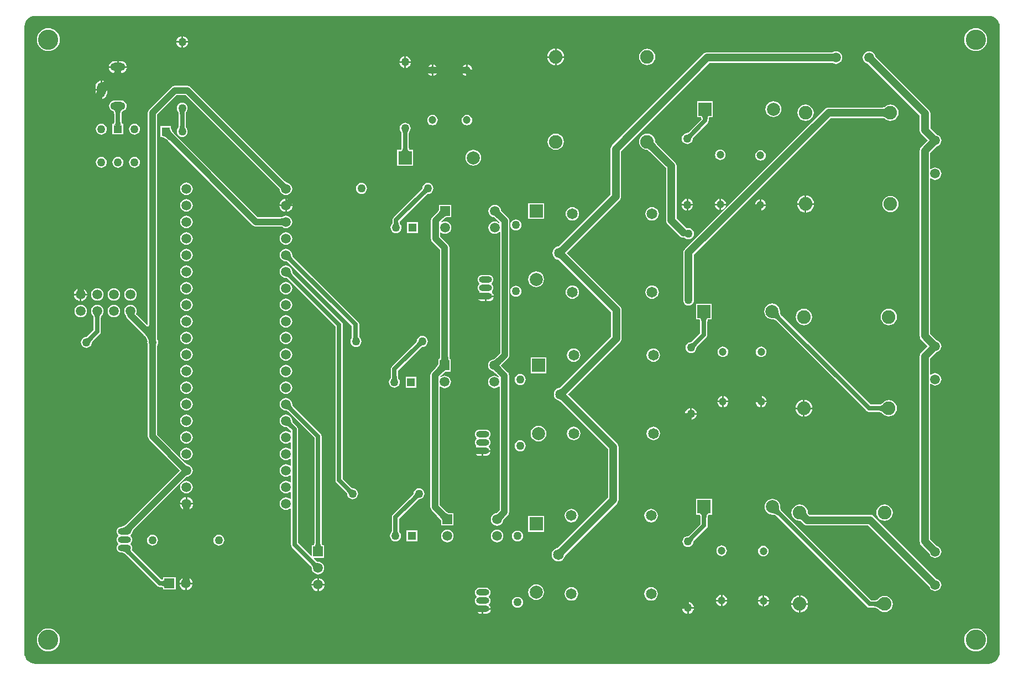
<source format=gtl>
G04 Layer_Physical_Order=1*
G04 Layer_Color=255*
%FSLAX25Y25*%
%MOIN*%
G70*
G01*
G75*
%ADD10C,0.03937*%
%ADD11C,0.02756*%
%ADD12C,0.04724*%
%ADD13C,0.12205*%
%ADD14C,0.04724*%
%ADD15C,0.08200*%
%ADD16O,0.07874X0.03937*%
%ADD17O,0.07874X0.03937*%
%ADD18C,0.05000*%
%ADD19R,0.05906X0.05906*%
%ADD20C,0.05906*%
%ADD21R,0.07874X0.07874*%
%ADD22C,0.07874*%
%ADD23R,0.07874X0.07874*%
%ADD24R,0.05000X0.05000*%
%ADD25R,0.05000X0.05000*%
%ADD26O,0.05000X0.09000*%
%ADD27O,0.09000X0.05000*%
%ADD28R,0.05906X0.05906*%
%ADD29C,0.06496*%
G36*
X583969Y392205D02*
X585202Y391831D01*
X586337Y391224D01*
X587332Y390408D01*
X588149Y389412D01*
X588756Y388277D01*
X589129Y387045D01*
X589246Y385858D01*
X589246Y385858D01*
X589249Y385360D01*
Y8502D01*
X589247Y8004D01*
X589247Y8004D01*
X589247Y8004D01*
X589127Y6782D01*
X588742Y5514D01*
X588118Y4346D01*
X587278Y3323D01*
X586254Y2482D01*
X585086Y1858D01*
X583818Y1474D01*
X582597Y1353D01*
X582597Y1353D01*
Y1353D01*
X582105Y1323D01*
X7886D01*
X7843Y1314D01*
X6693Y1428D01*
X5436Y1809D01*
X4277Y2428D01*
X3262Y3262D01*
X2428Y4277D01*
X1809Y5436D01*
X1428Y6693D01*
X1321Y7777D01*
X1323Y7787D01*
Y385365D01*
X1354Y385857D01*
X1354D01*
X1354Y385857D01*
X1471Y387040D01*
X1843Y388267D01*
X2447Y389398D01*
X3261Y390389D01*
X4252Y391202D01*
X5383Y391807D01*
X6610Y392179D01*
X7792Y392296D01*
X7792Y392296D01*
X8290Y392298D01*
X582688D01*
X582801Y392320D01*
X583969Y392205D01*
D02*
G37*
%LPC*%
G36*
X96957Y380039D02*
Y377075D01*
X99921D01*
X99867Y377488D01*
X99514Y378340D01*
X98953Y379071D01*
X98222Y379632D01*
X97370Y379985D01*
X96957Y380039D01*
D02*
G37*
G36*
X95957D02*
X95543Y379985D01*
X94692Y379632D01*
X93961Y379071D01*
X93400Y378340D01*
X93047Y377488D01*
X92992Y377075D01*
X95957D01*
Y380039D01*
D02*
G37*
G36*
X99921Y376075D02*
X96957D01*
Y373110D01*
X97370Y373165D01*
X98222Y373518D01*
X98953Y374079D01*
X99514Y374810D01*
X99867Y375661D01*
X99921Y376075D01*
D02*
G37*
G36*
X95957D02*
X92992D01*
X93047Y375661D01*
X93400Y374810D01*
X93961Y374079D01*
X94692Y373518D01*
X95543Y373165D01*
X95957Y373110D01*
Y376075D01*
D02*
G37*
G36*
X574815Y384888D02*
X573464Y384755D01*
X572166Y384361D01*
X570969Y383721D01*
X569920Y382860D01*
X569059Y381811D01*
X568419Y380614D01*
X568025Y379315D01*
X567892Y377965D01*
X568025Y376614D01*
X568419Y375315D01*
X569059Y374118D01*
X569920Y373069D01*
X570969Y372208D01*
X572166Y371568D01*
X573464Y371175D01*
X574815Y371041D01*
X576166Y371175D01*
X577464Y371568D01*
X578661Y372208D01*
X579710Y373069D01*
X580571Y374118D01*
X581211Y375315D01*
X581605Y376614D01*
X581738Y377965D01*
X581605Y379315D01*
X581211Y380614D01*
X580571Y381811D01*
X579710Y382860D01*
X578661Y383721D01*
X577464Y384361D01*
X576166Y384755D01*
X574815Y384888D01*
D02*
G37*
G36*
X15760D02*
X14409Y384755D01*
X13110Y384361D01*
X11913Y383721D01*
X10864Y382860D01*
X10003Y381811D01*
X9364Y380614D01*
X8970Y379315D01*
X8837Y377965D01*
X8970Y376614D01*
X9364Y375315D01*
X10003Y374118D01*
X10864Y373069D01*
X11913Y372208D01*
X13110Y371568D01*
X14409Y371175D01*
X15760Y371041D01*
X17110Y371175D01*
X18409Y371568D01*
X19606Y372208D01*
X20655Y373069D01*
X21516Y374118D01*
X22156Y375315D01*
X22550Y376614D01*
X22683Y377965D01*
X22550Y379315D01*
X22156Y380614D01*
X21516Y381811D01*
X20655Y382860D01*
X19606Y383721D01*
X18409Y384361D01*
X17110Y384755D01*
X15760Y384888D01*
D02*
G37*
G36*
X322154Y372598D02*
Y368020D01*
X326732D01*
X326622Y368851D01*
X326108Y370092D01*
X325291Y371157D01*
X324226Y371975D01*
X322985Y372488D01*
X322154Y372598D01*
D02*
G37*
G36*
X321154D02*
X320322Y372488D01*
X319082Y371975D01*
X318016Y371157D01*
X317199Y370092D01*
X316685Y368851D01*
X316575Y368020D01*
X321154D01*
Y372598D01*
D02*
G37*
G36*
X231406Y367906D02*
Y364942D01*
X234370D01*
X234315Y365355D01*
X233963Y366207D01*
X233402Y366938D01*
X232671Y367499D01*
X231819Y367852D01*
X231406Y367906D01*
D02*
G37*
G36*
X230406D02*
X229992Y367852D01*
X229140Y367499D01*
X228409Y366938D01*
X227848Y366207D01*
X227496Y365355D01*
X227441Y364942D01*
X230406D01*
Y367906D01*
D02*
G37*
G36*
X490551Y370898D02*
X489575Y370770D01*
X488665Y370393D01*
X488547Y370303D01*
X413026D01*
X412204Y370195D01*
X411438Y369877D01*
X410780Y369372D01*
X355628Y314220D01*
X355123Y313562D01*
X354805Y312796D01*
X354697Y311974D01*
Y284584D01*
X323333Y253219D01*
X322765Y253144D01*
X321784Y252737D01*
X320941Y252091D01*
X320294Y251248D01*
X319887Y250266D01*
X319749Y249213D01*
X319887Y248159D01*
X320294Y247178D01*
X320941Y246335D01*
X321784Y245688D01*
X322765Y245281D01*
X323333Y245206D01*
X355091Y213448D01*
Y198954D01*
X324120Y167983D01*
X323553Y167908D01*
X322571Y167501D01*
X321728Y166855D01*
X321081Y166012D01*
X320675Y165030D01*
X320536Y163976D01*
X320675Y162923D01*
X321081Y161941D01*
X321728Y161098D01*
X322571Y160451D01*
X323553Y160045D01*
X324120Y159970D01*
X353122Y130968D01*
Y101513D01*
X322742Y71132D01*
X322175Y71057D01*
X321193Y70651D01*
X320350Y70004D01*
X319703Y69161D01*
X319297Y68179D01*
X319158Y67126D01*
X319297Y66072D01*
X319703Y65091D01*
X320350Y64248D01*
X321193Y63601D01*
X322175Y63194D01*
X323228Y63056D01*
X324282Y63194D01*
X325264Y63601D01*
X326106Y64248D01*
X326753Y65091D01*
X327160Y66072D01*
X327235Y66640D01*
X358545Y97951D01*
X359050Y98608D01*
X359368Y99375D01*
X359476Y100197D01*
Y132283D01*
X359368Y133106D01*
X359050Y133872D01*
X358545Y134530D01*
X329099Y163976D01*
X360514Y195391D01*
X361019Y196049D01*
X361336Y196816D01*
X361444Y197638D01*
Y214764D01*
X361336Y215586D01*
X361019Y216352D01*
X360514Y217010D01*
X328311Y249213D01*
X360120Y281021D01*
X360625Y281679D01*
X360943Y282446D01*
X361051Y283268D01*
Y310658D01*
X414342Y363949D01*
X488547D01*
X488665Y363859D01*
X489575Y363482D01*
X490551Y363354D01*
X491528Y363482D01*
X492437Y363859D01*
X493219Y364458D01*
X493818Y365240D01*
X494195Y366150D01*
X494324Y367126D01*
X494195Y368102D01*
X493818Y369012D01*
X493219Y369794D01*
X492437Y370393D01*
X491528Y370770D01*
X490551Y370898D01*
D02*
G37*
G36*
X376772Y372449D02*
X375496Y372281D01*
X374307Y371789D01*
X373286Y371006D01*
X372502Y369985D01*
X372010Y368796D01*
X371842Y367520D01*
X372010Y366244D01*
X372502Y365055D01*
X373286Y364034D01*
X374307Y363251D01*
X375496Y362758D01*
X376772Y362590D01*
X378047Y362758D01*
X379236Y363251D01*
X380257Y364034D01*
X381041Y365055D01*
X381533Y366244D01*
X381701Y367520D01*
X381533Y368796D01*
X381041Y369985D01*
X380257Y371006D01*
X379236Y371789D01*
X378047Y372281D01*
X376772Y372449D01*
D02*
G37*
G36*
X326732Y367020D02*
X322154D01*
Y362442D01*
X322985Y362551D01*
X324226Y363065D01*
X325291Y363882D01*
X326108Y364948D01*
X326622Y366188D01*
X326732Y367020D01*
D02*
G37*
G36*
X321154D02*
X316575D01*
X316685Y366188D01*
X317199Y364948D01*
X318016Y363882D01*
X319082Y363065D01*
X320322Y362551D01*
X321154Y362442D01*
Y367020D01*
D02*
G37*
G36*
X59677Y364948D02*
X58177D01*
Y361917D01*
X63142D01*
X63087Y362331D01*
X62734Y363182D01*
X62173Y363914D01*
X61442Y364475D01*
X60591Y364827D01*
X59677Y364948D01*
D02*
G37*
G36*
X57177D02*
X55677D01*
X54764Y364827D01*
X53912Y364475D01*
X53181Y363914D01*
X52620Y363182D01*
X52267Y362331D01*
X52213Y361917D01*
X57177D01*
Y364948D01*
D02*
G37*
G36*
X234370Y363942D02*
X231406D01*
Y360977D01*
X231819Y361032D01*
X232671Y361385D01*
X233402Y361946D01*
X233963Y362677D01*
X234315Y363528D01*
X234370Y363942D01*
D02*
G37*
G36*
X230406D02*
X227441D01*
X227496Y363528D01*
X227848Y362677D01*
X228409Y361946D01*
X229140Y361385D01*
X229992Y361032D01*
X230406Y360977D01*
Y363942D01*
D02*
G37*
G36*
X268606Y362767D02*
Y359942D01*
X271431D01*
X271381Y360319D01*
X271042Y361137D01*
X270503Y361840D01*
X269801Y362379D01*
X268983Y362718D01*
X268606Y362767D01*
D02*
G37*
G36*
X247806D02*
Y359942D01*
X250631D01*
X250581Y360319D01*
X250242Y361137D01*
X249704Y361840D01*
X249001Y362379D01*
X248183Y362718D01*
X247806Y362767D01*
D02*
G37*
G36*
X267606D02*
X267228Y362718D01*
X266410Y362379D01*
X265708Y361840D01*
X265169Y361137D01*
X264830Y360319D01*
X264780Y359942D01*
X267606D01*
Y362767D01*
D02*
G37*
G36*
X246806D02*
X246428Y362718D01*
X245610Y362379D01*
X244908Y361840D01*
X244369Y361137D01*
X244030Y360319D01*
X243980Y359942D01*
X246806D01*
Y362767D01*
D02*
G37*
G36*
X63142Y360917D02*
X58177D01*
Y357887D01*
X59677D01*
X60591Y358008D01*
X61442Y358360D01*
X62173Y358921D01*
X62734Y359652D01*
X63087Y360504D01*
X63142Y360917D01*
D02*
G37*
G36*
X57177D02*
X52213D01*
X52267Y360504D01*
X52620Y359652D01*
X53181Y358921D01*
X53912Y358360D01*
X54764Y358008D01*
X55677Y357887D01*
X57177D01*
Y360917D01*
D02*
G37*
G36*
X271431Y358942D02*
X268606D01*
Y356116D01*
X268983Y356166D01*
X269801Y356505D01*
X270503Y357044D01*
X271042Y357746D01*
X271381Y358564D01*
X271431Y358942D01*
D02*
G37*
G36*
X250631D02*
X247806D01*
Y356116D01*
X248183Y356166D01*
X249001Y356505D01*
X249704Y357044D01*
X250242Y357746D01*
X250581Y358564D01*
X250631Y358942D01*
D02*
G37*
G36*
X267606D02*
X264780D01*
X264830Y358564D01*
X265169Y357746D01*
X265708Y357044D01*
X266410Y356505D01*
X267228Y356166D01*
X267606Y356116D01*
Y358942D01*
D02*
G37*
G36*
X246806D02*
X243980D01*
X244030Y358564D01*
X244369Y357746D01*
X244908Y357044D01*
X245610Y356505D01*
X246428Y356166D01*
X246806Y356116D01*
Y358942D01*
D02*
G37*
G36*
X48177Y353102D02*
Y352275D01*
X48608Y352409D01*
X49073Y352594D01*
X49355Y352731D01*
X48591Y353048D01*
X48177Y353102D01*
D02*
G37*
G36*
Y349474D02*
Y348138D01*
X48682D01*
X48177Y349474D01*
D02*
G37*
G36*
X47177Y353102D02*
X46764Y353048D01*
X45912Y352695D01*
X45181Y352134D01*
X44620Y351403D01*
X44267Y350552D01*
X44147Y349638D01*
Y348138D01*
X45386D01*
X45357Y348309D01*
X45189Y348668D01*
X45531Y348138D01*
X47177D01*
Y353102D01*
D02*
G37*
G36*
Y347138D02*
X46176D01*
X47177Y345586D01*
Y347138D01*
D02*
G37*
G36*
X45309D02*
X44147D01*
Y345638D01*
X44211Y345154D01*
X44276Y345232D01*
X44704Y345855D01*
X45034Y346433D01*
X45264Y346968D01*
X45309Y347138D01*
D02*
G37*
G36*
X51207D02*
X50924D01*
X50709Y346669D01*
X50211Y345377D01*
X49987Y344681D01*
X49059Y347138D01*
X48177D01*
Y344036D01*
X48634Y343328D01*
X48485Y343264D01*
X48294Y343148D01*
X48177Y343065D01*
Y342173D01*
X48591Y342228D01*
X49442Y342581D01*
X50173Y343142D01*
X50734Y343873D01*
X51087Y344724D01*
X51207Y345638D01*
Y347138D01*
D02*
G37*
G36*
X47177Y342228D02*
X47143Y342196D01*
X47126Y342180D01*
X47177Y342173D01*
Y342228D01*
D02*
G37*
G36*
X452874Y340789D02*
X451641Y340626D01*
X450491Y340150D01*
X449505Y339393D01*
X448747Y338406D01*
X448271Y337257D01*
X448109Y336024D01*
X448271Y334790D01*
X448747Y333641D01*
X449505Y332654D01*
X450491Y331897D01*
X451641Y331421D01*
X452874Y331258D01*
X454107Y331421D01*
X455257Y331897D01*
X456244Y332654D01*
X457001Y333641D01*
X457477Y334790D01*
X457639Y336024D01*
X457477Y337257D01*
X457001Y338406D01*
X456244Y339393D01*
X455257Y340150D01*
X454107Y340626D01*
X452874Y340789D01*
D02*
G37*
G36*
X523425Y338788D02*
X522149Y338620D01*
X520960Y338127D01*
X519940Y337344D01*
X519889Y337278D01*
X519880Y337274D01*
X519771Y337231D01*
X519605Y337183D01*
X519387Y337138D01*
X519135Y337101D01*
X518146Y337035D01*
X486258D01*
X485436Y336927D01*
X484670Y336609D01*
X484012Y336104D01*
X399525Y251618D01*
X399021Y250960D01*
X398703Y250194D01*
X398595Y249372D01*
Y221787D01*
X398569Y221724D01*
X398456Y220866D01*
X398569Y220008D01*
X398900Y219208D01*
X399427Y218521D01*
X400114Y217994D01*
X400914Y217663D01*
X401772Y217550D01*
X402630Y217663D01*
X403430Y217994D01*
X404116Y218521D01*
X404643Y219208D01*
X404975Y220008D01*
X405088Y220866D01*
X404975Y221724D01*
X404948Y221787D01*
Y248056D01*
X487574Y330681D01*
X518113D01*
X518450Y330674D01*
X519128Y330617D01*
X519387Y330578D01*
X519605Y330533D01*
X519771Y330486D01*
X519880Y330443D01*
X519889Y330438D01*
X519940Y330373D01*
X520960Y329589D01*
X522149Y329097D01*
X523425Y328929D01*
X524701Y329097D01*
X525890Y329589D01*
X526911Y330373D01*
X527694Y331393D01*
X528187Y332582D01*
X528355Y333858D01*
X528187Y335134D01*
X527694Y336323D01*
X526911Y337344D01*
X525890Y338127D01*
X524701Y338620D01*
X523425Y338788D01*
D02*
G37*
G36*
X472244D02*
X470968Y338620D01*
X469779Y338127D01*
X468758Y337344D01*
X467975Y336323D01*
X467482Y335134D01*
X467314Y333858D01*
X467482Y332582D01*
X467975Y331393D01*
X468758Y330373D01*
X469779Y329589D01*
X470968Y329097D01*
X472244Y328929D01*
X473520Y329097D01*
X474709Y329589D01*
X475730Y330373D01*
X476513Y331393D01*
X477006Y332582D01*
X477174Y333858D01*
X477006Y335134D01*
X476513Y336323D01*
X475730Y337344D01*
X474709Y338127D01*
X473520Y338620D01*
X472244Y338788D01*
D02*
G37*
G36*
X268106Y332619D02*
X267283Y332510D01*
X266517Y332193D01*
X265859Y331688D01*
X265354Y331030D01*
X265037Y330264D01*
X264929Y329442D01*
X265037Y328620D01*
X265354Y327853D01*
X265859Y327196D01*
X266517Y326691D01*
X267283Y326373D01*
X268106Y326265D01*
X268928Y326373D01*
X269694Y326691D01*
X270352Y327196D01*
X270857Y327853D01*
X271174Y328620D01*
X271282Y329442D01*
X271174Y330264D01*
X270857Y331030D01*
X270352Y331688D01*
X269694Y332193D01*
X268928Y332510D01*
X268106Y332619D01*
D02*
G37*
G36*
X247306D02*
X246483Y332510D01*
X245717Y332193D01*
X245059Y331688D01*
X244554Y331030D01*
X244237Y330264D01*
X244129Y329442D01*
X244237Y328620D01*
X244554Y327853D01*
X245059Y327196D01*
X245717Y326691D01*
X246483Y326373D01*
X247306Y326265D01*
X248128Y326373D01*
X248894Y326691D01*
X249552Y327196D01*
X250057Y327853D01*
X250374Y328620D01*
X250482Y329442D01*
X250374Y330264D01*
X250057Y331030D01*
X249552Y331688D01*
X248894Y332193D01*
X248128Y332510D01*
X247306Y332619D01*
D02*
G37*
G36*
X88945Y325732D02*
X88927Y325728D01*
X88908D01*
X88894Y325730D01*
X88887Y325728D01*
X83169D01*
Y320010D01*
X83167Y320003D01*
X83169Y319989D01*
Y319970D01*
X83166Y319953D01*
X83169Y319936D01*
Y319153D01*
X83911D01*
X83918Y319151D01*
X84315Y319127D01*
X84682Y319060D01*
X85071Y318944D01*
X85483Y318776D01*
X85917Y318555D01*
X86373Y318278D01*
X86839Y317951D01*
X87858Y317099D01*
X88086Y316880D01*
X138940Y266027D01*
X139515Y265585D01*
X140186Y265307D01*
X140905Y265212D01*
X155686D01*
X156353Y265197D01*
X156533Y265183D01*
X157130Y264725D01*
X158039Y264348D01*
X159016Y264220D01*
X159992Y264348D01*
X160902Y264725D01*
X161683Y265325D01*
X162283Y266106D01*
X162660Y267016D01*
X162788Y267992D01*
X162660Y268969D01*
X162283Y269878D01*
X161683Y270660D01*
X160902Y271259D01*
X159992Y271636D01*
X159016Y271765D01*
X158039Y271636D01*
X157130Y271259D01*
X156592Y270846D01*
X155180Y270772D01*
X142057D01*
X92173Y320655D01*
X91337Y321564D01*
X90952Y322050D01*
X90619Y322525D01*
X90342Y322980D01*
X90121Y323414D01*
X89954Y323826D01*
X89838Y324216D01*
X89771Y324582D01*
X89746Y324979D01*
X89744Y324986D01*
Y325728D01*
X88962D01*
X88945Y325732D01*
D02*
G37*
G36*
X416417Y340748D02*
X406968D01*
Y331299D01*
X408862D01*
X409021Y331282D01*
X409071Y331265D01*
X409116Y331235D01*
X409176Y331170D01*
X409252Y331046D01*
X409332Y330849D01*
X409405Y330577D01*
X409463Y330233D01*
X409485Y329981D01*
Y329970D01*
X401526Y322010D01*
X401327Y321848D01*
X401214Y321768D01*
X401114Y321707D01*
X401039Y321669D01*
X401012Y321659D01*
X400984Y321662D01*
X400126Y321549D01*
X399326Y321218D01*
X398640Y320691D01*
X398113Y320004D01*
X397781Y319205D01*
X397668Y318346D01*
X397781Y317488D01*
X398113Y316688D01*
X398640Y316002D01*
X399326Y315475D01*
X400126Y315144D01*
X400984Y315031D01*
X401842Y315144D01*
X402642Y315475D01*
X403329Y316002D01*
X403856Y316688D01*
X404187Y317488D01*
X404300Y318346D01*
X404296Y318374D01*
X404307Y318401D01*
X404345Y318476D01*
X404406Y318576D01*
X404481Y318683D01*
X404701Y318941D01*
X413254Y327494D01*
X413732Y328210D01*
X413901Y329055D01*
Y329981D01*
X413923Y330233D01*
X413980Y330577D01*
X414053Y330849D01*
X414134Y331046D01*
X414210Y331170D01*
X414270Y331235D01*
X414315Y331265D01*
X414365Y331282D01*
X414523Y331299D01*
X416417D01*
Y340748D01*
D02*
G37*
G36*
X59677Y341233D02*
X55677D01*
X54819Y341120D01*
X54019Y340789D01*
X53333Y340262D01*
X52806Y339575D01*
X52474Y338776D01*
X52361Y337917D01*
X52474Y337059D01*
X52806Y336260D01*
X53333Y335573D01*
X54019Y335046D01*
X54819Y334715D01*
X55102Y334677D01*
X55150Y334624D01*
X55230Y334485D01*
X55313Y334270D01*
X55388Y333976D01*
X55447Y333608D01*
X55469Y333336D01*
Y328526D01*
X55457Y328347D01*
X55411Y327988D01*
X55351Y327700D01*
X55283Y327488D01*
X55220Y327355D01*
X55186Y327308D01*
X55149Y327303D01*
X54429D01*
Y326521D01*
X54426Y326504D01*
X54429Y326487D01*
Y320728D01*
X61004D01*
Y326487D01*
X61007Y326504D01*
X61004Y326521D01*
Y327303D01*
X60282D01*
X60202Y327313D01*
X60194Y327319D01*
X60150Y327377D01*
X60084Y327506D01*
X60013Y327714D01*
X59952Y327984D01*
X59885Y328629D01*
Y333336D01*
X59908Y333608D01*
X59966Y333976D01*
X60041Y334270D01*
X60125Y334485D01*
X60205Y334624D01*
X60252Y334677D01*
X60535Y334715D01*
X61335Y335046D01*
X62022Y335573D01*
X62549Y336260D01*
X62880Y337059D01*
X62993Y337917D01*
X62880Y338776D01*
X62549Y339575D01*
X62022Y340262D01*
X61335Y340789D01*
X60535Y341120D01*
X59677Y341233D01*
D02*
G37*
G36*
X67717Y327332D02*
X66858Y327219D01*
X66059Y326887D01*
X65372Y326360D01*
X64845Y325674D01*
X64514Y324874D01*
X64401Y324016D01*
X64514Y323158D01*
X64845Y322358D01*
X65372Y321671D01*
X66059Y321144D01*
X66858Y320813D01*
X67717Y320700D01*
X68575Y320813D01*
X69375Y321144D01*
X70061Y321671D01*
X70588Y322358D01*
X70919Y323158D01*
X71032Y324016D01*
X70919Y324874D01*
X70588Y325674D01*
X70061Y326360D01*
X69375Y326887D01*
X68575Y327219D01*
X67717Y327332D01*
D02*
G37*
G36*
X47717D02*
X46858Y327219D01*
X46059Y326887D01*
X45372Y326360D01*
X44845Y325674D01*
X44514Y324874D01*
X44401Y324016D01*
X44514Y323158D01*
X44845Y322358D01*
X45372Y321671D01*
X46059Y321144D01*
X46858Y320813D01*
X47717Y320700D01*
X48575Y320813D01*
X49374Y321144D01*
X50061Y321671D01*
X50588Y322358D01*
X50919Y323158D01*
X51032Y324016D01*
X50919Y324874D01*
X50588Y325674D01*
X50061Y326360D01*
X49374Y326887D01*
X48575Y327219D01*
X47717Y327332D01*
D02*
G37*
G36*
X96457Y339891D02*
X95599Y339778D01*
X94799Y339446D01*
X94112Y338919D01*
X93585Y338233D01*
X93254Y337433D01*
X93141Y336575D01*
X93254Y335717D01*
X93585Y334917D01*
X94112Y334230D01*
X94134Y334213D01*
X94146Y334187D01*
X94172Y334107D01*
X94199Y333993D01*
X94222Y333865D01*
X94249Y333526D01*
X94249Y325414D01*
X94223Y325159D01*
X94199Y325023D01*
X94172Y324909D01*
X94146Y324829D01*
X94134Y324802D01*
X94112Y324785D01*
X93585Y324099D01*
X93254Y323299D01*
X93141Y322441D01*
X93254Y321583D01*
X93585Y320783D01*
X94112Y320096D01*
X94799Y319569D01*
X95598Y319238D01*
X96457Y319125D01*
X97315Y319238D01*
X98115Y319569D01*
X98801Y320096D01*
X99328Y320783D01*
X99659Y321583D01*
X99772Y322441D01*
X99659Y323299D01*
X99328Y324099D01*
X98801Y324785D01*
X98779Y324802D01*
X98768Y324829D01*
X98742Y324909D01*
X98714Y325022D01*
X98691Y325151D01*
X98664Y325490D01*
X98665Y333601D01*
X98690Y333857D01*
X98714Y333993D01*
X98742Y334107D01*
X98768Y334187D01*
X98780Y334213D01*
X98801Y334230D01*
X99328Y334917D01*
X99660Y335717D01*
X99773Y336575D01*
X99660Y337433D01*
X99328Y338233D01*
X98801Y338919D01*
X98115Y339446D01*
X97315Y339778D01*
X96457Y339891D01*
D02*
G37*
G36*
X321654Y321268D02*
X320378Y321100D01*
X319189Y320608D01*
X318168Y319824D01*
X317385Y318803D01*
X316892Y317615D01*
X316724Y316339D01*
X316892Y315063D01*
X317385Y313874D01*
X318168Y312853D01*
X319189Y312070D01*
X320378Y311577D01*
X321654Y311409D01*
X322930Y311577D01*
X324118Y312070D01*
X325139Y312853D01*
X325923Y313874D01*
X326415Y315063D01*
X326583Y316339D01*
X326415Y317615D01*
X325923Y318803D01*
X325139Y319824D01*
X324118Y320608D01*
X322930Y321100D01*
X321654Y321268D01*
D02*
G37*
G36*
X420866Y311681D02*
X420044Y311572D01*
X419278Y311255D01*
X418620Y310750D01*
X418115Y310092D01*
X417798Y309326D01*
X417689Y308504D01*
X417798Y307682D01*
X418115Y306915D01*
X418620Y306258D01*
X419278Y305753D01*
X420044Y305435D01*
X420866Y305327D01*
X421688Y305435D01*
X422455Y305753D01*
X423112Y306258D01*
X423617Y306915D01*
X423935Y307682D01*
X424043Y308504D01*
X423935Y309326D01*
X423617Y310092D01*
X423112Y310750D01*
X422455Y311255D01*
X421688Y311572D01*
X420866Y311681D01*
D02*
G37*
G36*
X445079Y311287D02*
X444257Y311178D01*
X443490Y310861D01*
X442833Y310356D01*
X442328Y309698D01*
X442010Y308932D01*
X441902Y308110D01*
X442010Y307288D01*
X442328Y306522D01*
X442833Y305864D01*
X443490Y305359D01*
X444257Y305042D01*
X445079Y304933D01*
X445901Y305042D01*
X446667Y305359D01*
X447325Y305864D01*
X447830Y306522D01*
X448147Y307288D01*
X448256Y308110D01*
X448147Y308932D01*
X447830Y309698D01*
X447325Y310356D01*
X446667Y310861D01*
X445901Y311178D01*
X445079Y311287D01*
D02*
G37*
G36*
X230906Y327758D02*
X230047Y327645D01*
X229248Y327313D01*
X228561Y326786D01*
X228034Y326100D01*
X227703Y325300D01*
X227590Y324442D01*
X227703Y323584D01*
X228034Y322784D01*
X228561Y322097D01*
X228583Y322080D01*
X228595Y322054D01*
X228621Y321974D01*
X228648Y321860D01*
X228671Y321732D01*
X228698Y321392D01*
Y312733D01*
X228676Y312479D01*
X228618Y312133D01*
X228545Y311859D01*
X228464Y311661D01*
X228387Y311535D01*
X228327Y311470D01*
X228283Y311440D01*
X228233Y311422D01*
X228188Y311418D01*
X226063D01*
Y301969D01*
X235512D01*
Y311418D01*
X233623D01*
X233578Y311422D01*
X233528Y311440D01*
X233484Y311470D01*
X233424Y311535D01*
X233347Y311661D01*
X233266Y311859D01*
X233193Y312133D01*
X233136Y312479D01*
X233113Y312733D01*
Y321468D01*
X233139Y321724D01*
X233163Y321860D01*
X233190Y321974D01*
X233217Y322054D01*
X233228Y322080D01*
X233250Y322097D01*
X233777Y322784D01*
X234108Y323584D01*
X234221Y324442D01*
X234108Y325300D01*
X233777Y326100D01*
X233250Y326786D01*
X232563Y327313D01*
X231764Y327645D01*
X230906Y327758D01*
D02*
G37*
G36*
X271969Y311458D02*
X270735Y311296D01*
X269586Y310820D01*
X268599Y310063D01*
X267842Y309076D01*
X267366Y307927D01*
X267204Y306693D01*
X267366Y305460D01*
X267842Y304311D01*
X268599Y303324D01*
X269586Y302566D01*
X270735Y302090D01*
X271969Y301928D01*
X273202Y302090D01*
X274351Y302566D01*
X275338Y303324D01*
X276096Y304311D01*
X276572Y305460D01*
X276734Y306693D01*
X276572Y307927D01*
X276096Y309076D01*
X275338Y310063D01*
X274351Y310820D01*
X273202Y311296D01*
X271969Y311458D01*
D02*
G37*
G36*
X67717Y307332D02*
X66858Y307219D01*
X66059Y306887D01*
X65372Y306360D01*
X64845Y305674D01*
X64514Y304874D01*
X64401Y304016D01*
X64514Y303158D01*
X64845Y302358D01*
X65372Y301671D01*
X66059Y301144D01*
X66858Y300813D01*
X67717Y300700D01*
X68575Y300813D01*
X69375Y301144D01*
X70061Y301671D01*
X70588Y302358D01*
X70919Y303158D01*
X71032Y304016D01*
X70919Y304874D01*
X70588Y305674D01*
X70061Y306360D01*
X69375Y306887D01*
X68575Y307219D01*
X67717Y307332D01*
D02*
G37*
G36*
X57717D02*
X56858Y307219D01*
X56059Y306887D01*
X55372Y306360D01*
X54845Y305674D01*
X54514Y304874D01*
X54401Y304016D01*
X54514Y303158D01*
X54845Y302358D01*
X55372Y301671D01*
X56059Y301144D01*
X56858Y300813D01*
X57717Y300700D01*
X58575Y300813D01*
X59374Y301144D01*
X60061Y301671D01*
X60588Y302358D01*
X60919Y303158D01*
X61032Y304016D01*
X60919Y304874D01*
X60588Y305674D01*
X60061Y306360D01*
X59374Y306887D01*
X58575Y307219D01*
X57717Y307332D01*
D02*
G37*
G36*
X47717D02*
X46858Y307219D01*
X46059Y306887D01*
X45372Y306360D01*
X44845Y305674D01*
X44514Y304874D01*
X44401Y304016D01*
X44514Y303158D01*
X44845Y302358D01*
X45372Y301671D01*
X46059Y301144D01*
X46858Y300813D01*
X47717Y300700D01*
X48575Y300813D01*
X49374Y301144D01*
X50061Y301671D01*
X50588Y302358D01*
X50919Y303158D01*
X51032Y304016D01*
X50919Y304874D01*
X50588Y305674D01*
X50061Y306360D01*
X49374Y306887D01*
X48575Y307219D01*
X47717Y307332D01*
D02*
G37*
G36*
X510551Y370898D02*
X509575Y370770D01*
X508665Y370393D01*
X507884Y369794D01*
X507284Y369012D01*
X506907Y368102D01*
X506779Y367126D01*
X506907Y366150D01*
X507284Y365240D01*
X507884Y364458D01*
X508665Y363859D01*
X509575Y363482D01*
X509722Y363463D01*
X541115Y332070D01*
Y323150D01*
X541223Y322327D01*
X541540Y321561D01*
X542045Y320903D01*
X545901Y317047D01*
X541954Y313100D01*
X541449Y312442D01*
X541131Y311676D01*
X541023Y310853D01*
Y199225D01*
X541131Y198403D01*
X541449Y197637D01*
X541954Y196979D01*
X545901Y193032D01*
X541954Y189084D01*
X541449Y188426D01*
X541131Y187660D01*
X541023Y186838D01*
Y75210D01*
X541131Y74387D01*
X541449Y73621D01*
X541954Y72963D01*
X546731Y68186D01*
X546750Y68039D01*
X547127Y67130D01*
X547726Y66348D01*
X548508Y65749D01*
X549417Y65372D01*
X550394Y65243D01*
X551370Y65372D01*
X552280Y65749D01*
X553061Y66348D01*
X553661Y67130D01*
X554038Y68039D01*
X554166Y69016D01*
X554038Y69992D01*
X553661Y70902D01*
X553061Y71683D01*
X552280Y72283D01*
X551370Y72660D01*
X551223Y72679D01*
X547377Y76525D01*
Y170046D01*
X547877Y170249D01*
X548508Y169765D01*
X549417Y169388D01*
X550394Y169259D01*
X551370Y169388D01*
X552280Y169765D01*
X553061Y170364D01*
X553661Y171145D01*
X554038Y172055D01*
X554166Y173032D01*
X554038Y174008D01*
X553661Y174918D01*
X553061Y175699D01*
X552280Y176299D01*
X551370Y176675D01*
X550394Y176804D01*
X549417Y176675D01*
X548508Y176299D01*
X547877Y175815D01*
X547377Y176018D01*
Y185522D01*
X551223Y189368D01*
X551370Y189388D01*
X552280Y189765D01*
X553061Y190364D01*
X553661Y191145D01*
X554038Y192055D01*
X554166Y193032D01*
X554038Y194008D01*
X553661Y194918D01*
X553061Y195699D01*
X552280Y196299D01*
X551370Y196676D01*
X551223Y196695D01*
X547377Y200541D01*
Y294061D01*
X547877Y294264D01*
X548508Y293780D01*
X549417Y293403D01*
X550394Y293275D01*
X551370Y293403D01*
X552280Y293780D01*
X553061Y294380D01*
X553661Y295161D01*
X554038Y296071D01*
X554166Y297047D01*
X554038Y298024D01*
X553661Y298933D01*
X553061Y299715D01*
X552280Y300314D01*
X551370Y300691D01*
X550394Y300820D01*
X549417Y300691D01*
X548508Y300314D01*
X547877Y299830D01*
X547377Y300033D01*
Y309538D01*
X551223Y313384D01*
X551370Y313403D01*
X552280Y313780D01*
X553061Y314380D01*
X553661Y315161D01*
X554038Y316071D01*
X554166Y317047D01*
X554038Y318024D01*
X553661Y318933D01*
X553061Y319715D01*
X552280Y320314D01*
X551370Y320691D01*
X551223Y320710D01*
X547468Y324465D01*
Y333386D01*
X547360Y334208D01*
X547043Y334974D01*
X546538Y335632D01*
X514214Y367955D01*
X514195Y368102D01*
X513818Y369012D01*
X513219Y369794D01*
X512437Y370393D01*
X511528Y370770D01*
X510551Y370898D01*
D02*
G37*
G36*
X244488Y291505D02*
X243630Y291392D01*
X242830Y291061D01*
X242144Y290534D01*
X241617Y289847D01*
X241286Y289047D01*
X241173Y288189D01*
X241176Y288162D01*
X241166Y288135D01*
X241128Y288060D01*
X241067Y287960D01*
X240992Y287853D01*
X240771Y287594D01*
X223832Y270655D01*
X223354Y269939D01*
X223186Y269094D01*
Y267541D01*
X223160Y267285D01*
X223136Y267148D01*
X223109Y267035D01*
X223083Y266955D01*
X223071Y266928D01*
X223049Y266911D01*
X222522Y266225D01*
X222191Y265425D01*
X222078Y264567D01*
X222191Y263709D01*
X222522Y262909D01*
X223049Y262222D01*
X223736Y261695D01*
X224535Y261364D01*
X225394Y261251D01*
X226252Y261364D01*
X227051Y261695D01*
X227738Y262222D01*
X228265Y262909D01*
X228596Y263709D01*
X228709Y264567D01*
X228596Y265425D01*
X228265Y266225D01*
X227738Y266911D01*
X227716Y266928D01*
X227705Y266955D01*
X227678Y267035D01*
X227651Y267148D01*
X227628Y267277D01*
X227601Y267616D01*
Y268180D01*
X243947Y284525D01*
X244146Y284688D01*
X244259Y284768D01*
X244359Y284828D01*
X244434Y284866D01*
X244461Y284877D01*
X244488Y284873D01*
X245347Y284986D01*
X246146Y285318D01*
X246833Y285845D01*
X247360Y286531D01*
X247691Y287331D01*
X247804Y288189D01*
X247691Y289047D01*
X247360Y289847D01*
X246833Y290534D01*
X246146Y291061D01*
X245347Y291392D01*
X244488Y291505D01*
D02*
G37*
G36*
X204488D02*
X203630Y291392D01*
X202831Y291061D01*
X202144Y290534D01*
X201617Y289847D01*
X201286Y289047D01*
X201173Y288189D01*
X201286Y287331D01*
X201617Y286531D01*
X202144Y285845D01*
X202831Y285318D01*
X203630Y284986D01*
X204488Y284873D01*
X205347Y284986D01*
X206146Y285318D01*
X206833Y285845D01*
X207360Y286531D01*
X207691Y287331D01*
X207804Y288189D01*
X207691Y289047D01*
X207360Y289847D01*
X206833Y290534D01*
X206146Y291061D01*
X205347Y291392D01*
X204488Y291505D01*
D02*
G37*
G36*
X99708Y350080D02*
X91900D01*
X91181Y349985D01*
X90510Y349707D01*
X89934Y349266D01*
X76578Y335909D01*
X76136Y335333D01*
X75858Y334663D01*
X75763Y333943D01*
Y227480D01*
Y206914D01*
X75746Y206467D01*
X75696Y206113D01*
X75438Y205921D01*
X75120Y205875D01*
X74835Y206089D01*
X74506Y206393D01*
X69027Y211872D01*
X68710Y212202D01*
X68547Y212392D01*
X68880Y213197D01*
X69009Y214173D01*
X68880Y215150D01*
X68503Y216059D01*
X67904Y216841D01*
X67122Y217440D01*
X66213Y217817D01*
X65236Y217946D01*
X64260Y217817D01*
X63350Y217440D01*
X62569Y216841D01*
X61969Y216059D01*
X61592Y215150D01*
X61464Y214173D01*
X61592Y213197D01*
X61969Y212287D01*
X62469Y211635D01*
X62551Y211013D01*
X62829Y210342D01*
X63271Y209767D01*
X73371Y199666D01*
X73712Y199300D01*
X74147Y198757D01*
X74528Y198195D01*
X74858Y197614D01*
X75136Y197014D01*
X75364Y196393D01*
X75504Y195884D01*
X75424Y195276D01*
X75537Y194417D01*
X75763Y193871D01*
Y138465D01*
X75858Y137745D01*
X76136Y137075D01*
X76578Y136499D01*
X94696Y118381D01*
X95038Y118023D01*
X94338Y117245D01*
X63488Y86395D01*
X62652Y85632D01*
X62189Y85270D01*
X61724Y84946D01*
X61263Y84666D01*
X60807Y84428D01*
X60356Y84232D01*
X59910Y84076D01*
X59469Y83961D01*
X58996Y83878D01*
X58986Y83874D01*
X58926Y83866D01*
X58824Y83824D01*
X58806Y83820D01*
X58795Y83812D01*
X58256Y83588D01*
X57680Y83147D01*
X57238Y82571D01*
X56960Y81901D01*
X56866Y81181D01*
X56960Y80462D01*
X57238Y79791D01*
X57680Y79216D01*
X57973Y78991D01*
Y78372D01*
X57680Y78147D01*
X57238Y77571D01*
X56960Y76901D01*
X56866Y76181D01*
X56960Y75462D01*
X57238Y74791D01*
X57680Y74216D01*
X57973Y73991D01*
Y73371D01*
X57680Y73147D01*
X57238Y72571D01*
X56960Y71901D01*
X56866Y71181D01*
X56960Y70462D01*
X57238Y69791D01*
X57680Y69216D01*
X58256Y68774D01*
X58926Y68496D01*
X59645Y68401D01*
X60668D01*
X60735Y68382D01*
X61034Y68250D01*
X61370Y68061D01*
X61730Y67817D01*
X62459Y67213D01*
X81431Y48242D01*
X81431Y48242D01*
X82147Y47763D01*
X82992Y47595D01*
X83724D01*
X83978Y47573D01*
X84325Y47516D01*
X84598Y47442D01*
X84797Y47361D01*
X84922Y47285D01*
X84987Y47225D01*
X85017Y47180D01*
X85035Y47130D01*
X85039Y47086D01*
Y46063D01*
X92520D01*
Y53543D01*
X85039D01*
Y52520D01*
X85035Y52476D01*
X85017Y52426D01*
X84987Y52382D01*
X84922Y52321D01*
X84797Y52245D01*
X84598Y52164D01*
X84325Y52091D01*
X83978Y52033D01*
X83892Y52026D01*
X66835Y69082D01*
X66570Y69382D01*
X66252Y69788D01*
X66090Y70033D01*
X66268Y70462D01*
X66362Y71181D01*
X66268Y71901D01*
X65990Y72571D01*
X65548Y73147D01*
X65255Y73371D01*
Y73991D01*
X65548Y74216D01*
X65990Y74791D01*
X66268Y75462D01*
X66362Y76181D01*
X66268Y76901D01*
X65990Y77571D01*
X65548Y78147D01*
X65255Y78372D01*
Y78991D01*
X65548Y79216D01*
X65990Y79791D01*
X66229Y80369D01*
X66239Y80385D01*
X66241Y80399D01*
X66268Y80462D01*
X66272Y80494D01*
X66272Y80495D01*
X66315Y80687D01*
X66385Y80871D01*
X66506Y81111D01*
X66681Y81398D01*
X66897Y81709D01*
X68350Y83396D01*
X98627Y113672D01*
X99109Y114132D01*
X99247Y114250D01*
X99992Y114348D01*
X100902Y114725D01*
X101683Y115325D01*
X102283Y116106D01*
X102660Y117016D01*
X102788Y117992D01*
X102660Y118969D01*
X102283Y119878D01*
X101683Y120660D01*
X100902Y121259D01*
X99992Y121636D01*
X99320Y121725D01*
X98269Y122670D01*
X81323Y139616D01*
Y193242D01*
X81612Y193618D01*
X81943Y194417D01*
X82056Y195276D01*
X81943Y196134D01*
X81612Y196933D01*
X81323Y197310D01*
Y198425D01*
Y227480D01*
Y332792D01*
X93051Y344520D01*
X98557D01*
X154696Y288381D01*
X155156Y287899D01*
X155274Y287761D01*
X155372Y287016D01*
X155749Y286106D01*
X156348Y285325D01*
X157130Y284725D01*
X158039Y284348D01*
X159016Y284220D01*
X159992Y284348D01*
X160902Y284725D01*
X161683Y285325D01*
X162283Y286106D01*
X162660Y287016D01*
X162788Y287992D01*
X162660Y288969D01*
X162283Y289878D01*
X161683Y290660D01*
X160902Y291259D01*
X159992Y291636D01*
X159320Y291725D01*
X158269Y292670D01*
X101673Y349266D01*
X101098Y349707D01*
X100427Y349985D01*
X99708Y350080D01*
D02*
G37*
G36*
X99016Y291765D02*
X98039Y291636D01*
X97130Y291259D01*
X96348Y290660D01*
X95749Y289878D01*
X95372Y288969D01*
X95243Y287992D01*
X95372Y287016D01*
X95749Y286106D01*
X96348Y285325D01*
X97130Y284725D01*
X98039Y284348D01*
X99016Y284220D01*
X99992Y284348D01*
X100902Y284725D01*
X101683Y285325D01*
X102283Y286106D01*
X102660Y287016D01*
X102788Y287992D01*
X102660Y288969D01*
X102283Y289878D01*
X101683Y290660D01*
X100902Y291259D01*
X99992Y291636D01*
X99016Y291765D01*
D02*
G37*
G36*
X159516Y281913D02*
Y281308D01*
X159759Y281540D01*
X160067Y281835D01*
X160048Y281843D01*
X159516Y281913D01*
D02*
G37*
G36*
X161748Y280878D02*
X161902Y280724D01*
X161835Y280811D01*
X161748Y280878D01*
D02*
G37*
G36*
X472744Y283818D02*
Y279240D01*
X477322D01*
X477213Y280072D01*
X476699Y281312D01*
X475881Y282378D01*
X474816Y283195D01*
X473575Y283709D01*
X472744Y283818D01*
D02*
G37*
G36*
X471744D02*
X470913Y283709D01*
X469672Y283195D01*
X468607Y282378D01*
X467789Y281312D01*
X467275Y280072D01*
X467166Y279240D01*
X471744D01*
Y283818D01*
D02*
G37*
G36*
X421366Y281829D02*
Y279004D01*
X424192D01*
X424142Y279381D01*
X423803Y280199D01*
X423264Y280902D01*
X422562Y281441D01*
X421744Y281780D01*
X421366Y281829D01*
D02*
G37*
G36*
X420366D02*
X419988Y281780D01*
X419171Y281441D01*
X418468Y280902D01*
X417929Y280199D01*
X417591Y279381D01*
X417541Y279004D01*
X420366D01*
Y281829D01*
D02*
G37*
G36*
X401484Y281811D02*
Y278846D01*
X404449D01*
X404394Y279260D01*
X404041Y280112D01*
X403480Y280843D01*
X402749Y281404D01*
X401898Y281756D01*
X401484Y281811D01*
D02*
G37*
G36*
X400484D02*
X400070Y281756D01*
X399219Y281404D01*
X398488Y280843D01*
X397927Y280112D01*
X397574Y279260D01*
X397520Y278846D01*
X400484D01*
Y281811D01*
D02*
G37*
G36*
X445579Y281435D02*
Y278610D01*
X448404D01*
X448354Y278988D01*
X448016Y279806D01*
X447477Y280508D01*
X446774Y281047D01*
X445957Y281386D01*
X445579Y281435D01*
D02*
G37*
G36*
X444579D02*
X444201Y281386D01*
X443383Y281047D01*
X442681Y280508D01*
X442142Y279806D01*
X441803Y278988D01*
X441753Y278610D01*
X444579D01*
Y281435D01*
D02*
G37*
G36*
X162867Y279021D02*
X162392Y278492D01*
X162937D01*
X162867Y279021D01*
D02*
G37*
G36*
X159516Y280474D02*
Y278492D01*
X161498D01*
X159516Y280474D01*
D02*
G37*
G36*
X158516Y281913D02*
X157984Y281843D01*
X157022Y281445D01*
X156197Y280811D01*
X155563Y279986D01*
X155165Y279024D01*
X155095Y278492D01*
X158516D01*
Y281913D01*
D02*
G37*
G36*
X424192Y278004D02*
X421366D01*
Y275178D01*
X421744Y275228D01*
X422562Y275567D01*
X423264Y276106D01*
X423803Y276808D01*
X424142Y277626D01*
X424192Y278004D01*
D02*
G37*
G36*
X420366D02*
X417541D01*
X417591Y277626D01*
X417929Y276808D01*
X418468Y276106D01*
X419171Y275567D01*
X419988Y275228D01*
X420366Y275178D01*
Y278004D01*
D02*
G37*
G36*
X404449Y277846D02*
X401484D01*
Y274882D01*
X401898Y274937D01*
X402749Y275289D01*
X403480Y275850D01*
X404041Y276581D01*
X404394Y277433D01*
X404449Y277846D01*
D02*
G37*
G36*
X400484D02*
X397520D01*
X397574Y277433D01*
X397927Y276581D01*
X398488Y275850D01*
X399219Y275289D01*
X400070Y274937D01*
X400484Y274882D01*
Y277846D01*
D02*
G37*
G36*
X448404Y277610D02*
X445579D01*
Y274785D01*
X445957Y274834D01*
X446774Y275173D01*
X447477Y275712D01*
X448016Y276414D01*
X448354Y277232D01*
X448404Y277610D01*
D02*
G37*
G36*
X444579D02*
X441753D01*
X441803Y277232D01*
X442142Y276414D01*
X442681Y275712D01*
X443383Y275173D01*
X444201Y274834D01*
X444579Y274785D01*
Y277610D01*
D02*
G37*
G36*
X99016Y281765D02*
X98039Y281636D01*
X97130Y281259D01*
X96348Y280660D01*
X95749Y279878D01*
X95372Y278969D01*
X95243Y277992D01*
X95372Y277016D01*
X95749Y276106D01*
X96348Y275325D01*
X97130Y274725D01*
X98039Y274348D01*
X99016Y274220D01*
X99992Y274348D01*
X100902Y274725D01*
X101683Y275325D01*
X102283Y276106D01*
X102660Y277016D01*
X102788Y277992D01*
X102660Y278969D01*
X102283Y279878D01*
X101683Y280660D01*
X100902Y281259D01*
X99992Y281636D01*
X99016Y281765D01*
D02*
G37*
G36*
X162937Y277492D02*
X159516D01*
Y274071D01*
X160048Y274141D01*
X161009Y274539D01*
X161835Y275173D01*
X162469Y275999D01*
X162867Y276960D01*
X162937Y277492D01*
D02*
G37*
G36*
X158516D02*
X155095D01*
X155165Y276960D01*
X155563Y275999D01*
X156197Y275173D01*
X157022Y274539D01*
X157984Y274141D01*
X158516Y274071D01*
Y277492D01*
D02*
G37*
G36*
X523425Y283670D02*
X522149Y283502D01*
X520960Y283009D01*
X519940Y282226D01*
X519156Y281205D01*
X518664Y280016D01*
X518496Y278740D01*
X518664Y277464D01*
X519156Y276275D01*
X519940Y275255D01*
X520960Y274471D01*
X522149Y273979D01*
X523425Y273811D01*
X524701Y273979D01*
X525890Y274471D01*
X526911Y275255D01*
X527694Y276275D01*
X528187Y277464D01*
X528355Y278740D01*
X528187Y280016D01*
X527694Y281205D01*
X526911Y282226D01*
X525890Y283009D01*
X524701Y283502D01*
X523425Y283670D01*
D02*
G37*
G36*
X477322Y278240D02*
X472744D01*
Y273662D01*
X473575Y273772D01*
X474816Y274285D01*
X475881Y275103D01*
X476699Y276168D01*
X477213Y277409D01*
X477322Y278240D01*
D02*
G37*
G36*
X471744D02*
X467166D01*
X467275Y277409D01*
X467789Y276168D01*
X468607Y275103D01*
X469672Y274285D01*
X470913Y273772D01*
X471744Y273662D01*
Y278240D01*
D02*
G37*
G36*
X258622Y278228D02*
X251142D01*
Y277100D01*
X251138Y277083D01*
X251142Y277066D01*
Y275245D01*
X250921Y274860D01*
X250518Y274283D01*
X249338Y272890D01*
X248918Y272455D01*
X247208Y270745D01*
X246766Y270169D01*
X246488Y269499D01*
X246393Y268779D01*
Y257927D01*
X246488Y257207D01*
X246766Y256537D01*
X247208Y255961D01*
X251905Y251264D01*
Y187619D01*
X251904Y187538D01*
X251829Y186326D01*
X251769Y185869D01*
X251694Y185499D01*
X251614Y185233D01*
X251561Y185118D01*
X250945D01*
Y184336D01*
X250941Y184319D01*
X250945Y184301D01*
Y184022D01*
X250941Y184005D01*
X250945Y183988D01*
Y182136D01*
X250731Y181762D01*
X250327Y181182D01*
X249144Y179783D01*
X248718Y179342D01*
X246935Y177559D01*
X246493Y176983D01*
X246215Y176312D01*
X246120Y175593D01*
Y95824D01*
X246215Y95105D01*
X246493Y94435D01*
X246935Y93859D01*
X250111Y90682D01*
X251377Y89319D01*
X251900Y88667D01*
X252311Y88077D01*
X252520Y87713D01*
Y84724D01*
X260000D01*
Y92204D01*
X257012D01*
X256647Y92413D01*
X256067Y92818D01*
X254667Y94004D01*
X254226Y94429D01*
X251680Y96976D01*
Y168372D01*
X252180Y168586D01*
X252799Y168111D01*
X253709Y167734D01*
X254685Y167606D01*
X255661Y167734D01*
X256571Y168111D01*
X257352Y168710D01*
X257952Y169492D01*
X258329Y170402D01*
X258457Y171378D01*
X258329Y172354D01*
X257952Y173264D01*
X257352Y174046D01*
X256571Y174645D01*
X255661Y175022D01*
X254685Y175150D01*
X253709Y175022D01*
X252799Y174645D01*
X252587Y174483D01*
X252038Y174691D01*
X252020Y174782D01*
X252467Y175229D01*
X253828Y176493D01*
X254480Y177014D01*
X255069Y177424D01*
X255443Y177638D01*
X257295D01*
X257312Y177634D01*
X257329Y177638D01*
X258425D01*
Y184301D01*
X258429Y184319D01*
X258425Y184336D01*
Y185118D01*
X257809D01*
X257756Y185233D01*
X257676Y185499D01*
X257605Y185849D01*
X257466Y187546D01*
X257465Y187619D01*
Y252415D01*
X257370Y253134D01*
X257092Y253805D01*
X256650Y254380D01*
X251953Y259078D01*
Y261391D01*
X252453Y261637D01*
X252996Y261221D01*
X253906Y260844D01*
X254882Y260716D01*
X255858Y260844D01*
X256768Y261221D01*
X257549Y261821D01*
X258149Y262602D01*
X258526Y263512D01*
X258654Y264488D01*
X258526Y265464D01*
X258149Y266374D01*
X257549Y267156D01*
X256768Y267755D01*
X255858Y268132D01*
X254882Y268261D01*
X253906Y268132D01*
X252996Y267755D01*
X252858Y267649D01*
X252316Y267863D01*
X252298Y267973D01*
X252665Y268340D01*
X254019Y269598D01*
X254668Y270118D01*
X255254Y270527D01*
X255639Y270748D01*
X257460D01*
X257477Y270744D01*
X257494Y270748D01*
X258622D01*
Y278228D01*
D02*
G37*
G36*
X314567Y279252D02*
X305118D01*
Y269803D01*
X314567D01*
Y279252D01*
D02*
G37*
G36*
X379724Y276905D02*
X378671Y276766D01*
X377689Y276360D01*
X376846Y275713D01*
X376200Y274870D01*
X375793Y273888D01*
X375654Y272835D01*
X375793Y271781D01*
X376200Y270799D01*
X376846Y269957D01*
X377689Y269310D01*
X378671Y268903D01*
X379724Y268764D01*
X380778Y268903D01*
X381760Y269310D01*
X382603Y269957D01*
X383249Y270799D01*
X383656Y271781D01*
X383795Y272835D01*
X383656Y273888D01*
X383249Y274870D01*
X382603Y275713D01*
X381760Y276360D01*
X380778Y276766D01*
X379724Y276905D01*
D02*
G37*
G36*
X331693D02*
X330639Y276766D01*
X329658Y276360D01*
X328815Y275713D01*
X328168Y274870D01*
X327761Y273888D01*
X327623Y272835D01*
X327761Y271781D01*
X328168Y270799D01*
X328815Y269957D01*
X329658Y269310D01*
X330639Y268903D01*
X331693Y268764D01*
X332746Y268903D01*
X333728Y269310D01*
X334571Y269957D01*
X335218Y270799D01*
X335625Y271781D01*
X335763Y272835D01*
X335625Y273888D01*
X335218Y274870D01*
X334571Y275713D01*
X333728Y276360D01*
X332746Y276766D01*
X331693Y276905D01*
D02*
G37*
G36*
X284882Y278260D02*
X283906Y278132D01*
X282996Y277755D01*
X282214Y277156D01*
X281615Y276374D01*
X281238Y275464D01*
X281109Y274488D01*
X281238Y273512D01*
X281615Y272602D01*
X282214Y271821D01*
X282996Y271221D01*
X283906Y270844D01*
X284578Y270756D01*
X285629Y269810D01*
X287845Y267594D01*
X287838Y267564D01*
X287278Y267364D01*
X286768Y267755D01*
X285858Y268132D01*
X284882Y268261D01*
X283906Y268132D01*
X282996Y267755D01*
X282214Y267156D01*
X281615Y266374D01*
X281238Y265464D01*
X281109Y264488D01*
X281238Y263512D01*
X281615Y262602D01*
X282214Y261821D01*
X282996Y261221D01*
X283906Y260844D01*
X284882Y260716D01*
X285858Y260844D01*
X286768Y261221D01*
X287549Y261821D01*
X287665Y261971D01*
X288165Y261802D01*
Y188789D01*
X285074Y185698D01*
X284592Y185238D01*
X284454Y185120D01*
X283709Y185022D01*
X282799Y184645D01*
X282017Y184046D01*
X281418Y183264D01*
X281041Y182354D01*
X280913Y181378D01*
X281041Y180402D01*
X281418Y179492D01*
X282017Y178710D01*
X282799Y178111D01*
X283709Y177734D01*
X284381Y177646D01*
X285432Y176700D01*
X287648Y174484D01*
X287641Y174454D01*
X287081Y174254D01*
X286571Y174645D01*
X285661Y175022D01*
X284685Y175150D01*
X283709Y175022D01*
X282799Y174645D01*
X282017Y174046D01*
X281418Y173264D01*
X281041Y172354D01*
X280913Y171378D01*
X281041Y170402D01*
X281418Y169492D01*
X282017Y168710D01*
X282799Y168111D01*
X283709Y167734D01*
X284685Y167606D01*
X285661Y167734D01*
X286571Y168111D01*
X287352Y168710D01*
X287468Y168861D01*
X287968Y168692D01*
Y94104D01*
X286649Y92784D01*
X286167Y92324D01*
X286029Y92206D01*
X285284Y92108D01*
X284374Y91731D01*
X283593Y91132D01*
X282993Y90351D01*
X282616Y89441D01*
X282488Y88464D01*
X282616Y87488D01*
X282993Y86578D01*
X283593Y85797D01*
X284374Y85197D01*
X285284Y84820D01*
X286260Y84692D01*
X287236Y84820D01*
X288146Y85197D01*
X288928Y85797D01*
X289527Y86578D01*
X289904Y87488D01*
X289992Y88160D01*
X290938Y89211D01*
X292713Y90987D01*
X293155Y91563D01*
X293433Y92233D01*
X293528Y92952D01*
Y175315D01*
X293433Y176034D01*
X293155Y176705D01*
X292713Y177280D01*
X289005Y180989D01*
X288663Y181347D01*
X289363Y182125D01*
X292910Y185672D01*
X293352Y186248D01*
X293630Y186918D01*
X293725Y187638D01*
Y268425D01*
X293630Y269145D01*
X293352Y269815D01*
X292910Y270391D01*
X289202Y274099D01*
X288742Y274581D01*
X288624Y274719D01*
X288526Y275464D01*
X288149Y276374D01*
X287549Y277156D01*
X286768Y277755D01*
X285858Y278132D01*
X284882Y278260D01*
D02*
G37*
G36*
X99016Y271765D02*
X98039Y271636D01*
X97130Y271259D01*
X96348Y270660D01*
X95749Y269878D01*
X95372Y268969D01*
X95243Y267992D01*
X95372Y267016D01*
X95749Y266106D01*
X96348Y265325D01*
X97130Y264725D01*
X98039Y264348D01*
X99016Y264220D01*
X99992Y264348D01*
X100902Y264725D01*
X101683Y265325D01*
X102283Y266106D01*
X102660Y267016D01*
X102788Y267992D01*
X102660Y268969D01*
X102283Y269878D01*
X101683Y270660D01*
X100902Y271259D01*
X99992Y271636D01*
X99016Y271765D01*
D02*
G37*
G36*
X297638Y269458D02*
X296780Y269344D01*
X295980Y269013D01*
X295293Y268486D01*
X294766Y267800D01*
X294435Y267000D01*
X294322Y266142D01*
X294435Y265283D01*
X294766Y264484D01*
X295293Y263797D01*
X295980Y263270D01*
X296780Y262939D01*
X297638Y262826D01*
X298496Y262939D01*
X299296Y263270D01*
X299983Y263797D01*
X300510Y264484D01*
X300841Y265283D01*
X300954Y266142D01*
X300841Y267000D01*
X300510Y267800D01*
X299983Y268486D01*
X299296Y269013D01*
X298496Y269344D01*
X297638Y269458D01*
D02*
G37*
G36*
X238681Y267854D02*
X232106D01*
Y261279D01*
X238681D01*
Y267854D01*
D02*
G37*
G36*
X376772Y321268D02*
X375496Y321100D01*
X374307Y320608D01*
X373286Y319824D01*
X372502Y318803D01*
X372010Y317615D01*
X371842Y316339D01*
X372010Y315063D01*
X372502Y313874D01*
X373286Y312853D01*
X374307Y312070D01*
X375496Y311577D01*
X376772Y311409D01*
X376853Y311420D01*
X376863Y311417D01*
X376971Y311370D01*
X377121Y311286D01*
X377308Y311164D01*
X377513Y311012D01*
X378258Y310360D01*
X388162Y300456D01*
Y268937D01*
X388270Y268115D01*
X388587Y267349D01*
X389092Y266691D01*
X396376Y259407D01*
X397034Y258902D01*
X397800Y258585D01*
X398622Y258477D01*
X399384Y258577D01*
X399427Y258521D01*
X400114Y257995D01*
X400914Y257663D01*
X401772Y257550D01*
X402630Y257663D01*
X403430Y257995D01*
X404116Y258521D01*
X404643Y259208D01*
X404975Y260008D01*
X405088Y260866D01*
X404975Y261724D01*
X404643Y262524D01*
X404116Y263211D01*
X403430Y263738D01*
X402630Y264069D01*
X401772Y264182D01*
X400914Y264069D01*
X400762Y264006D01*
X394515Y270253D01*
Y301772D01*
X394407Y302594D01*
X394090Y303360D01*
X393585Y304018D01*
X382774Y314828D01*
X382541Y315072D01*
X382102Y315592D01*
X381946Y315802D01*
X381824Y315989D01*
X381740Y316140D01*
X381693Y316247D01*
X381690Y316257D01*
X381701Y316339D01*
X381533Y317615D01*
X381041Y318803D01*
X380257Y319824D01*
X379236Y320608D01*
X378047Y321100D01*
X376772Y321268D01*
D02*
G37*
G36*
X159016Y261765D02*
X158039Y261636D01*
X157130Y261259D01*
X156348Y260660D01*
X155749Y259878D01*
X155372Y258969D01*
X155243Y257992D01*
X155372Y257016D01*
X155749Y256106D01*
X156348Y255325D01*
X157130Y254725D01*
X158039Y254348D01*
X159016Y254220D01*
X159992Y254348D01*
X160902Y254725D01*
X161683Y255325D01*
X162283Y256106D01*
X162660Y257016D01*
X162788Y257992D01*
X162660Y258969D01*
X162283Y259878D01*
X161683Y260660D01*
X160902Y261259D01*
X159992Y261636D01*
X159016Y261765D01*
D02*
G37*
G36*
X99016D02*
X98039Y261636D01*
X97130Y261259D01*
X96348Y260660D01*
X95749Y259878D01*
X95372Y258969D01*
X95243Y257992D01*
X95372Y257016D01*
X95749Y256106D01*
X96348Y255325D01*
X97130Y254725D01*
X98039Y254348D01*
X99016Y254220D01*
X99992Y254348D01*
X100902Y254725D01*
X101683Y255325D01*
X102283Y256106D01*
X102660Y257016D01*
X102788Y257992D01*
X102660Y258969D01*
X102283Y259878D01*
X101683Y260660D01*
X100902Y261259D01*
X99992Y261636D01*
X99016Y261765D01*
D02*
G37*
G36*
Y251765D02*
X98039Y251636D01*
X97130Y251259D01*
X96348Y250660D01*
X95749Y249878D01*
X95372Y248969D01*
X95243Y247992D01*
X95372Y247016D01*
X95749Y246106D01*
X96348Y245325D01*
X97130Y244725D01*
X98039Y244348D01*
X99016Y244220D01*
X99992Y244348D01*
X100902Y244725D01*
X101683Y245325D01*
X102283Y246106D01*
X102660Y247016D01*
X102788Y247992D01*
X102660Y248969D01*
X102283Y249878D01*
X101683Y250660D01*
X100902Y251259D01*
X99992Y251636D01*
X99016Y251765D01*
D02*
G37*
G36*
Y241765D02*
X98039Y241636D01*
X97130Y241259D01*
X96348Y240660D01*
X95749Y239878D01*
X95372Y238969D01*
X95243Y237992D01*
X95372Y237016D01*
X95749Y236106D01*
X96348Y235325D01*
X97130Y234725D01*
X98039Y234348D01*
X99016Y234220D01*
X99992Y234348D01*
X100902Y234725D01*
X101683Y235325D01*
X102283Y236106D01*
X102660Y237016D01*
X102788Y237992D01*
X102660Y238969D01*
X102283Y239878D01*
X101683Y240660D01*
X100902Y241259D01*
X99992Y241636D01*
X99016Y241765D01*
D02*
G37*
G36*
X309843Y238111D02*
X308610Y237949D01*
X307460Y237473D01*
X306473Y236716D01*
X305716Y235729D01*
X305240Y234579D01*
X305078Y233346D01*
X305240Y232113D01*
X305716Y230964D01*
X306473Y229977D01*
X307460Y229219D01*
X308610Y228743D01*
X309843Y228581D01*
X311076Y228743D01*
X312225Y229219D01*
X313212Y229977D01*
X313970Y230964D01*
X314446Y232113D01*
X314608Y233346D01*
X314446Y234579D01*
X313970Y235729D01*
X313212Y236716D01*
X312225Y237473D01*
X311076Y237949D01*
X309843Y238111D01*
D02*
G37*
G36*
X37232Y227624D02*
X37303Y226282D01*
X35736D01*
Y224673D01*
X39157D01*
X39087Y225205D01*
X38689Y226167D01*
X38055Y226992D01*
X37232Y227624D01*
D02*
G37*
G36*
X33263Y227634D02*
X33243Y227626D01*
X32417Y226992D01*
X31784Y226167D01*
X31385Y225205D01*
X31315Y224673D01*
X34736D01*
Y226282D01*
X33169D01*
X33188Y226318D01*
X33205Y226387D01*
X33220Y226490D01*
X33243Y226796D01*
X33263Y227634D01*
D02*
G37*
G36*
X159016Y231765D02*
X158039Y231636D01*
X157130Y231259D01*
X156348Y230660D01*
X155749Y229878D01*
X155372Y228969D01*
X155243Y227992D01*
X155372Y227016D01*
X155749Y226106D01*
X156348Y225325D01*
X157130Y224725D01*
X158039Y224348D01*
X159016Y224220D01*
X159992Y224348D01*
X160902Y224725D01*
X161683Y225325D01*
X162283Y226106D01*
X162660Y227016D01*
X162788Y227992D01*
X162660Y228969D01*
X162283Y229878D01*
X161683Y230660D01*
X160902Y231259D01*
X159992Y231636D01*
X159016Y231765D01*
D02*
G37*
G36*
X99016D02*
X98039Y231636D01*
X97130Y231259D01*
X96348Y230660D01*
X95749Y229878D01*
X95372Y228969D01*
X95243Y227992D01*
X95372Y227016D01*
X95749Y226106D01*
X96348Y225325D01*
X97130Y224725D01*
X98039Y224348D01*
X99016Y224220D01*
X99992Y224348D01*
X100902Y224725D01*
X101683Y225325D01*
X102283Y226106D01*
X102660Y227016D01*
X102788Y227992D01*
X102660Y228969D01*
X102283Y229878D01*
X101683Y230660D01*
X100902Y231259D01*
X99992Y231636D01*
X99016Y231765D01*
D02*
G37*
G36*
X281299Y235929D02*
X277362D01*
X276642Y235834D01*
X275972Y235557D01*
X275396Y235115D01*
X274955Y234539D01*
X274677Y233869D01*
X274582Y233149D01*
X274677Y232430D01*
X274955Y231760D01*
X275396Y231184D01*
X275689Y230959D01*
Y230340D01*
X275396Y230115D01*
X274955Y229539D01*
X274677Y228869D01*
X274582Y228149D01*
X274677Y227430D01*
X274955Y226760D01*
X275396Y226184D01*
X275508Y226098D01*
Y225468D01*
X275245Y225267D01*
X274769Y224646D01*
X274470Y223924D01*
X274434Y223649D01*
X279330D01*
X284227D01*
X284191Y223924D01*
X283892Y224646D01*
X283416Y225267D01*
X283153Y225468D01*
Y226098D01*
X283264Y226184D01*
X283706Y226760D01*
X283984Y227430D01*
X284079Y228149D01*
X283984Y228869D01*
X283706Y229539D01*
X283264Y230115D01*
X282972Y230340D01*
Y230959D01*
X283264Y231184D01*
X283706Y231760D01*
X283984Y232430D01*
X284079Y233149D01*
X283984Y233869D01*
X283706Y234539D01*
X283264Y235115D01*
X282689Y235557D01*
X282018Y235834D01*
X281299Y235929D01*
D02*
G37*
G36*
X297638Y229457D02*
X296780Y229345D01*
X295980Y229013D01*
X295293Y228486D01*
X294766Y227800D01*
X294435Y227000D01*
X294322Y226142D01*
X294435Y225284D01*
X294766Y224484D01*
X295293Y223797D01*
X295980Y223270D01*
X296780Y222939D01*
X297638Y222826D01*
X298496Y222939D01*
X299296Y223270D01*
X299983Y223797D01*
X300510Y224484D01*
X300841Y225284D01*
X300954Y226142D01*
X300841Y227000D01*
X300510Y227800D01*
X299983Y228486D01*
X299296Y229013D01*
X298496Y229345D01*
X297638Y229457D01*
D02*
G37*
G36*
X379724Y229661D02*
X378671Y229522D01*
X377689Y229116D01*
X376846Y228469D01*
X376200Y227626D01*
X375793Y226644D01*
X375654Y225591D01*
X375793Y224537D01*
X376200Y223555D01*
X376846Y222712D01*
X377689Y222066D01*
X378671Y221659D01*
X379724Y221520D01*
X380778Y221659D01*
X381760Y222066D01*
X382603Y222712D01*
X383249Y223555D01*
X383656Y224537D01*
X383795Y225591D01*
X383656Y226644D01*
X383249Y227626D01*
X382603Y228469D01*
X381760Y229116D01*
X380778Y229522D01*
X379724Y229661D01*
D02*
G37*
G36*
X331693D02*
X330639Y229522D01*
X329658Y229116D01*
X328815Y228469D01*
X328168Y227626D01*
X327761Y226644D01*
X327623Y225591D01*
X327761Y224537D01*
X328168Y223555D01*
X328815Y222712D01*
X329658Y222066D01*
X330639Y221659D01*
X331693Y221520D01*
X332746Y221659D01*
X333728Y222066D01*
X334571Y222712D01*
X335218Y223555D01*
X335625Y224537D01*
X335763Y225591D01*
X335625Y226644D01*
X335218Y227626D01*
X334571Y228469D01*
X333728Y229116D01*
X332746Y229522D01*
X331693Y229661D01*
D02*
G37*
G36*
X65236Y227946D02*
X64260Y227817D01*
X63350Y227440D01*
X62569Y226841D01*
X61969Y226059D01*
X61592Y225150D01*
X61464Y224173D01*
X61592Y223197D01*
X61969Y222287D01*
X62569Y221506D01*
X63350Y220906D01*
X64260Y220529D01*
X65236Y220401D01*
X66213Y220529D01*
X67122Y220906D01*
X67904Y221506D01*
X68503Y222287D01*
X68880Y223197D01*
X69009Y224173D01*
X68880Y225150D01*
X68503Y226059D01*
X67904Y226841D01*
X67122Y227440D01*
X66213Y227817D01*
X65236Y227946D01*
D02*
G37*
G36*
X55236D02*
X54260Y227817D01*
X53350Y227440D01*
X52569Y226841D01*
X51969Y226059D01*
X51592Y225150D01*
X51464Y224173D01*
X51592Y223197D01*
X51969Y222287D01*
X52569Y221506D01*
X53350Y220906D01*
X54260Y220529D01*
X55236Y220401D01*
X56213Y220529D01*
X57122Y220906D01*
X57904Y221506D01*
X58503Y222287D01*
X58880Y223197D01*
X59009Y224173D01*
X58880Y225150D01*
X58503Y226059D01*
X57904Y226841D01*
X57122Y227440D01*
X56213Y227817D01*
X55236Y227946D01*
D02*
G37*
G36*
X45236D02*
X44260Y227817D01*
X43350Y227440D01*
X42569Y226841D01*
X41969Y226059D01*
X41592Y225150D01*
X41464Y224173D01*
X41592Y223197D01*
X41969Y222287D01*
X42569Y221506D01*
X43350Y220906D01*
X44260Y220529D01*
X45236Y220401D01*
X46213Y220529D01*
X47122Y220906D01*
X47904Y221506D01*
X48503Y222287D01*
X48880Y223197D01*
X49009Y224173D01*
X48880Y225150D01*
X48503Y226059D01*
X47904Y226841D01*
X47122Y227440D01*
X46213Y227817D01*
X45236Y227946D01*
D02*
G37*
G36*
X39157Y223673D02*
X35736D01*
Y220252D01*
X36268Y220322D01*
X37230Y220721D01*
X38055Y221354D01*
X38689Y222180D01*
X39087Y223141D01*
X39157Y223673D01*
D02*
G37*
G36*
X34736D02*
X31315D01*
X31385Y223141D01*
X31784Y222180D01*
X32417Y221354D01*
X33243Y220721D01*
X34204Y220322D01*
X34736Y220252D01*
Y223673D01*
D02*
G37*
G36*
X284227Y222649D02*
X279830D01*
Y220155D01*
X281299D01*
X282074Y220257D01*
X282796Y220556D01*
X283416Y221032D01*
X283892Y221652D01*
X284191Y222374D01*
X284227Y222649D01*
D02*
G37*
G36*
X278830D02*
X274434D01*
X274470Y222374D01*
X274769Y221652D01*
X275245Y221032D01*
X275865Y220556D01*
X276587Y220257D01*
X277362Y220155D01*
X278830D01*
Y222649D01*
D02*
G37*
G36*
X159016Y221765D02*
X158039Y221636D01*
X157130Y221259D01*
X156348Y220660D01*
X155749Y219878D01*
X155372Y218969D01*
X155243Y217992D01*
X155372Y217016D01*
X155749Y216106D01*
X156348Y215325D01*
X157130Y214725D01*
X158039Y214348D01*
X159016Y214220D01*
X159992Y214348D01*
X160902Y214725D01*
X161683Y215325D01*
X162283Y216106D01*
X162660Y217016D01*
X162788Y217992D01*
X162660Y218969D01*
X162283Y219878D01*
X161683Y220660D01*
X160902Y221259D01*
X159992Y221636D01*
X159016Y221765D01*
D02*
G37*
G36*
X99016D02*
X98039Y221636D01*
X97130Y221259D01*
X96348Y220660D01*
X95749Y219878D01*
X95372Y218969D01*
X95243Y217992D01*
X95372Y217016D01*
X95749Y216106D01*
X96348Y215325D01*
X97130Y214725D01*
X98039Y214348D01*
X99016Y214220D01*
X99992Y214348D01*
X100902Y214725D01*
X101683Y215325D01*
X102283Y216106D01*
X102660Y217016D01*
X102788Y217992D01*
X102660Y218969D01*
X102283Y219878D01*
X101683Y220660D01*
X100902Y221259D01*
X99992Y221636D01*
X99016Y221765D01*
D02*
G37*
G36*
X55236Y217946D02*
X54260Y217817D01*
X53350Y217440D01*
X52569Y216841D01*
X51969Y216059D01*
X51592Y215150D01*
X51464Y214173D01*
X51592Y213197D01*
X51969Y212287D01*
X52569Y211506D01*
X53350Y210906D01*
X54260Y210529D01*
X55236Y210401D01*
X56213Y210529D01*
X57122Y210906D01*
X57904Y211506D01*
X58503Y212287D01*
X58880Y213197D01*
X59009Y214173D01*
X58880Y215150D01*
X58503Y216059D01*
X57904Y216841D01*
X57122Y217440D01*
X56213Y217817D01*
X55236Y217946D01*
D02*
G37*
G36*
X35236D02*
X34260Y217817D01*
X33350Y217440D01*
X32569Y216841D01*
X31969Y216059D01*
X31592Y215150D01*
X31464Y214173D01*
X31592Y213197D01*
X31969Y212287D01*
X32569Y211506D01*
X33350Y210906D01*
X34260Y210529D01*
X35236Y210401D01*
X36213Y210529D01*
X37122Y210906D01*
X37904Y211506D01*
X38503Y212287D01*
X38880Y213197D01*
X39009Y214173D01*
X38880Y215150D01*
X38503Y216059D01*
X37904Y216841D01*
X37122Y217440D01*
X36213Y217817D01*
X35236Y217946D01*
D02*
G37*
G36*
X522441Y215560D02*
X521165Y215392D01*
X519976Y214899D01*
X518955Y214116D01*
X518172Y213095D01*
X517679Y211906D01*
X517511Y210630D01*
X517679Y209354D01*
X518172Y208165D01*
X518955Y207144D01*
X519976Y206361D01*
X521165Y205868D01*
X522441Y205700D01*
X523717Y205868D01*
X524906Y206361D01*
X525926Y207144D01*
X526710Y208165D01*
X527202Y209354D01*
X527370Y210630D01*
X527202Y211906D01*
X526710Y213095D01*
X525926Y214116D01*
X524906Y214899D01*
X523717Y215392D01*
X522441Y215560D01*
D02*
G37*
G36*
X471260D02*
X469984Y215392D01*
X468795Y214899D01*
X467774Y214116D01*
X466991Y213095D01*
X466498Y211906D01*
X466330Y210630D01*
X466498Y209354D01*
X466991Y208165D01*
X467774Y207144D01*
X468795Y206361D01*
X469984Y205868D01*
X471260Y205700D01*
X472536Y205868D01*
X473725Y206361D01*
X474746Y207144D01*
X475529Y208165D01*
X476021Y209354D01*
X476189Y210630D01*
X476021Y211906D01*
X475529Y213095D01*
X474746Y214116D01*
X473725Y214899D01*
X472536Y215392D01*
X471260Y215560D01*
D02*
G37*
G36*
X159016Y211765D02*
X158039Y211636D01*
X157130Y211259D01*
X156348Y210660D01*
X155749Y209878D01*
X155372Y208969D01*
X155243Y207992D01*
X155372Y207016D01*
X155749Y206106D01*
X156348Y205325D01*
X157130Y204725D01*
X158039Y204348D01*
X159016Y204220D01*
X159992Y204348D01*
X160902Y204725D01*
X161683Y205325D01*
X162283Y206106D01*
X162660Y207016D01*
X162788Y207992D01*
X162660Y208969D01*
X162283Y209878D01*
X161683Y210660D01*
X160902Y211259D01*
X159992Y211636D01*
X159016Y211765D01*
D02*
G37*
G36*
X99016D02*
X98039Y211636D01*
X97130Y211259D01*
X96348Y210660D01*
X95749Y209878D01*
X95372Y208969D01*
X95243Y207992D01*
X95372Y207016D01*
X95749Y206106D01*
X96348Y205325D01*
X97130Y204725D01*
X98039Y204348D01*
X99016Y204220D01*
X99992Y204348D01*
X100902Y204725D01*
X101683Y205325D01*
X102283Y206106D01*
X102660Y207016D01*
X102788Y207992D01*
X102660Y208969D01*
X102283Y209878D01*
X101683Y210660D01*
X100902Y211259D01*
X99992Y211636D01*
X99016Y211765D01*
D02*
G37*
G36*
X45236Y217946D02*
X44260Y217817D01*
X43350Y217440D01*
X42569Y216841D01*
X41969Y216059D01*
X41592Y215150D01*
X41464Y214173D01*
X41592Y213197D01*
X41969Y212287D01*
X42569Y211506D01*
X42646Y211446D01*
X42675Y211414D01*
X42741Y211323D01*
X42804Y211212D01*
X42863Y211080D01*
X42917Y210924D01*
X42964Y210745D01*
X43001Y210553D01*
X43028Y210268D01*
Y202686D01*
X39441Y199099D01*
X39171Y198869D01*
X39018Y198753D01*
X38885Y198664D01*
X38784Y198607D01*
X38747Y198590D01*
X38740Y198591D01*
X37882Y198478D01*
X37082Y198147D01*
X36395Y197620D01*
X35868Y196933D01*
X35537Y196134D01*
X35424Y195276D01*
X35537Y194417D01*
X35868Y193618D01*
X36395Y192931D01*
X37082Y192404D01*
X37882Y192073D01*
X38740Y191960D01*
X39598Y192073D01*
X40398Y192404D01*
X41085Y192931D01*
X41611Y193618D01*
X41943Y194417D01*
X42056Y195276D01*
X42055Y195283D01*
X42071Y195319D01*
X42129Y195421D01*
X42204Y195533D01*
X42694Y196107D01*
X46797Y200211D01*
X47276Y200927D01*
X47444Y201772D01*
Y210338D01*
X47470Y210542D01*
X47508Y210745D01*
X47555Y210924D01*
X47609Y211080D01*
X47668Y211212D01*
X47732Y211323D01*
X47797Y211414D01*
X47826Y211446D01*
X47904Y211506D01*
X48503Y212287D01*
X48880Y213197D01*
X49009Y214173D01*
X48880Y215150D01*
X48503Y216059D01*
X47904Y216841D01*
X47122Y217440D01*
X46213Y217817D01*
X45236Y217946D01*
D02*
G37*
G36*
X415630Y218701D02*
X406181D01*
Y209252D01*
X408075D01*
X408233Y209235D01*
X408284Y209218D01*
X408328Y209188D01*
X408389Y209123D01*
X408464Y208999D01*
X408545Y208802D01*
X408618Y208530D01*
X408675Y208186D01*
X408698Y207933D01*
Y200836D01*
X403691Y195829D01*
X403492Y195667D01*
X403379Y195587D01*
X403279Y195526D01*
X403204Y195488D01*
X403177Y195478D01*
X403150Y195481D01*
X402291Y195368D01*
X401492Y195037D01*
X400805Y194510D01*
X400278Y193823D01*
X399947Y193024D01*
X399834Y192165D01*
X399947Y191307D01*
X400278Y190507D01*
X400805Y189821D01*
X401492Y189294D01*
X402291Y188963D01*
X403150Y188850D01*
X404008Y188963D01*
X404808Y189294D01*
X405494Y189821D01*
X406021Y190507D01*
X406352Y191307D01*
X406465Y192165D01*
X406462Y192193D01*
X406472Y192220D01*
X406510Y192295D01*
X406571Y192395D01*
X406646Y192501D01*
X406867Y192760D01*
X412467Y198360D01*
X412945Y199076D01*
X413113Y199921D01*
Y207933D01*
X413136Y208186D01*
X413193Y208530D01*
X413266Y208802D01*
X413347Y208999D01*
X413423Y209123D01*
X413483Y209188D01*
X413527Y209218D01*
X413578Y209235D01*
X413736Y209252D01*
X415630D01*
Y218701D01*
D02*
G37*
G36*
X159016Y201765D02*
X158039Y201636D01*
X157130Y201259D01*
X156348Y200660D01*
X155749Y199878D01*
X155372Y198969D01*
X155243Y197992D01*
X155372Y197016D01*
X155749Y196106D01*
X156348Y195325D01*
X157130Y194725D01*
X158039Y194348D01*
X159016Y194220D01*
X159992Y194348D01*
X160902Y194725D01*
X161683Y195325D01*
X162283Y196106D01*
X162660Y197016D01*
X162788Y197992D01*
X162660Y198969D01*
X162283Y199878D01*
X161683Y200660D01*
X160902Y201259D01*
X159992Y201636D01*
X159016Y201765D01*
D02*
G37*
G36*
X99016D02*
X98039Y201636D01*
X97130Y201259D01*
X96348Y200660D01*
X95749Y199878D01*
X95372Y198969D01*
X95243Y197992D01*
X95372Y197016D01*
X95749Y196106D01*
X96348Y195325D01*
X97130Y194725D01*
X98039Y194348D01*
X99016Y194220D01*
X99992Y194348D01*
X100902Y194725D01*
X101683Y195325D01*
X102283Y196106D01*
X102660Y197016D01*
X102788Y197992D01*
X102660Y198969D01*
X102283Y199878D01*
X101683Y200660D01*
X100902Y201259D01*
X99992Y201636D01*
X99016Y201765D01*
D02*
G37*
G36*
X241142Y199182D02*
X240284Y199069D01*
X239484Y198738D01*
X238797Y198211D01*
X238270Y197524D01*
X237939Y196724D01*
X237826Y195866D01*
X237830Y195839D01*
X237819Y195812D01*
X237781Y195737D01*
X237720Y195637D01*
X237645Y195530D01*
X237425Y195271D01*
X222848Y180695D01*
X222370Y179979D01*
X222202Y179134D01*
Y174233D01*
X222176Y173978D01*
X222152Y173841D01*
X222125Y173728D01*
X222098Y173648D01*
X222087Y173621D01*
X222065Y173604D01*
X221538Y172918D01*
X221207Y172118D01*
X221094Y171260D01*
X221207Y170402D01*
X221538Y169602D01*
X222065Y168915D01*
X222751Y168388D01*
X223551Y168057D01*
X224409Y167944D01*
X225268Y168057D01*
X226067Y168388D01*
X226754Y168915D01*
X227281Y169602D01*
X227612Y170402D01*
X227725Y171260D01*
X227612Y172118D01*
X227281Y172918D01*
X226754Y173604D01*
X226732Y173621D01*
X226720Y173648D01*
X226694Y173728D01*
X226667Y173841D01*
X226644Y173970D01*
X226617Y174309D01*
Y178219D01*
X240600Y192202D01*
X240799Y192365D01*
X240912Y192445D01*
X241013Y192506D01*
X241087Y192543D01*
X241114Y192554D01*
X241142Y192550D01*
X242000Y192663D01*
X242800Y192995D01*
X243486Y193522D01*
X244013Y194208D01*
X244345Y195008D01*
X244458Y195866D01*
X244345Y196724D01*
X244013Y197524D01*
X243486Y198211D01*
X242800Y198738D01*
X242000Y199069D01*
X241142Y199182D01*
D02*
G37*
G36*
X159016Y251765D02*
X158039Y251636D01*
X157130Y251259D01*
X156348Y250660D01*
X155749Y249878D01*
X155372Y248969D01*
X155243Y247992D01*
X155372Y247016D01*
X155749Y246106D01*
X156348Y245325D01*
X157130Y244725D01*
X158039Y244348D01*
X159016Y244220D01*
X159113Y244233D01*
X159155Y244231D01*
X159267Y244212D01*
X159390Y244179D01*
X159525Y244127D01*
X159673Y244055D01*
X159833Y243962D01*
X159995Y243851D01*
X160216Y243670D01*
X198737Y205149D01*
Y198632D01*
X198719Y198419D01*
X198698Y198274D01*
X198674Y198153D01*
X198650Y198066D01*
X198632Y198016D01*
X198628Y198009D01*
X198605Y197976D01*
X198586Y197935D01*
X198270Y197524D01*
X197939Y196724D01*
X197826Y195866D01*
X197939Y195008D01*
X198270Y194208D01*
X198797Y193522D01*
X199484Y192995D01*
X200284Y192663D01*
X201142Y192550D01*
X202000Y192663D01*
X202800Y192995D01*
X203486Y193522D01*
X204013Y194208D01*
X204345Y195008D01*
X204458Y195866D01*
X204345Y196724D01*
X204013Y197524D01*
X203486Y198211D01*
X203327Y198333D01*
X203318Y198347D01*
X203285Y198380D01*
X203284Y198382D01*
X203266Y198417D01*
X203239Y198488D01*
X203210Y198594D01*
X203182Y198732D01*
X203160Y198891D01*
X203153Y198995D01*
Y206063D01*
X202985Y206908D01*
X202506Y207624D01*
X163289Y246841D01*
X163163Y247004D01*
X163046Y247175D01*
X162953Y247335D01*
X162881Y247483D01*
X162829Y247618D01*
X162796Y247741D01*
X162777Y247852D01*
X162776Y247895D01*
X162788Y247992D01*
X162660Y248969D01*
X162283Y249878D01*
X161683Y250660D01*
X160902Y251259D01*
X159992Y251636D01*
X159016Y251765D01*
D02*
G37*
G36*
X445472Y192783D02*
X444650Y192675D01*
X443884Y192357D01*
X443226Y191852D01*
X442721Y191195D01*
X442404Y190428D01*
X442296Y189606D01*
X442404Y188784D01*
X442721Y188018D01*
X443226Y187360D01*
X443884Y186855D01*
X444650Y186538D01*
X445472Y186429D01*
X446295Y186538D01*
X447061Y186855D01*
X447719Y187360D01*
X448224Y188018D01*
X448541Y188784D01*
X448649Y189606D01*
X448541Y190428D01*
X448224Y191195D01*
X447719Y191852D01*
X447061Y192357D01*
X446295Y192675D01*
X445472Y192783D01*
D02*
G37*
G36*
X422441D02*
X421619Y192675D01*
X420853Y192357D01*
X420195Y191852D01*
X419690Y191195D01*
X419373Y190428D01*
X419264Y189606D01*
X419373Y188784D01*
X419690Y188018D01*
X420195Y187360D01*
X420853Y186855D01*
X421619Y186538D01*
X422441Y186429D01*
X423263Y186538D01*
X424029Y186855D01*
X424687Y187360D01*
X425192Y188018D01*
X425510Y188784D01*
X425618Y189606D01*
X425510Y190428D01*
X425192Y191195D01*
X424687Y191852D01*
X424029Y192357D01*
X423263Y192675D01*
X422441Y192783D01*
D02*
G37*
G36*
X159016Y191765D02*
X158039Y191636D01*
X157130Y191259D01*
X156348Y190660D01*
X155749Y189878D01*
X155372Y188969D01*
X155243Y187992D01*
X155372Y187016D01*
X155749Y186106D01*
X156348Y185325D01*
X157130Y184725D01*
X158039Y184348D01*
X159016Y184220D01*
X159992Y184348D01*
X160902Y184725D01*
X161683Y185325D01*
X162283Y186106D01*
X162660Y187016D01*
X162788Y187992D01*
X162660Y188969D01*
X162283Y189878D01*
X161683Y190660D01*
X160902Y191259D01*
X159992Y191636D01*
X159016Y191765D01*
D02*
G37*
G36*
X99016D02*
X98039Y191636D01*
X97130Y191259D01*
X96348Y190660D01*
X95749Y189878D01*
X95372Y188969D01*
X95243Y187992D01*
X95372Y187016D01*
X95749Y186106D01*
X96348Y185325D01*
X97130Y184725D01*
X98039Y184348D01*
X99016Y184220D01*
X99992Y184348D01*
X100902Y184725D01*
X101683Y185325D01*
X102283Y186106D01*
X102660Y187016D01*
X102788Y187992D01*
X102660Y188969D01*
X102283Y189878D01*
X101683Y190660D01*
X100902Y191259D01*
X99992Y191636D01*
X99016Y191765D01*
D02*
G37*
G36*
X380512Y191669D02*
X379458Y191530D01*
X378477Y191123D01*
X377634Y190477D01*
X376987Y189634D01*
X376580Y188652D01*
X376442Y187598D01*
X376580Y186545D01*
X376987Y185563D01*
X377634Y184720D01*
X378477Y184073D01*
X379458Y183667D01*
X380512Y183528D01*
X381565Y183667D01*
X382547Y184073D01*
X383390Y184720D01*
X384037Y185563D01*
X384443Y186545D01*
X384582Y187598D01*
X384443Y188652D01*
X384037Y189634D01*
X383390Y190477D01*
X382547Y191123D01*
X381565Y191530D01*
X380512Y191669D01*
D02*
G37*
G36*
X332480D02*
X331427Y191530D01*
X330445Y191123D01*
X329602Y190477D01*
X328955Y189634D01*
X328549Y188652D01*
X328410Y187598D01*
X328549Y186545D01*
X328955Y185563D01*
X329602Y184720D01*
X330445Y184073D01*
X331427Y183667D01*
X332480Y183528D01*
X333534Y183667D01*
X334515Y184073D01*
X335358Y184720D01*
X336005Y185563D01*
X336412Y186545D01*
X336551Y187598D01*
X336412Y188652D01*
X336005Y189634D01*
X335358Y190477D01*
X334515Y191123D01*
X333534Y191530D01*
X332480Y191669D01*
D02*
G37*
G36*
X315945Y186142D02*
X306496D01*
Y176693D01*
X315945D01*
Y186142D01*
D02*
G37*
G36*
X159016Y181765D02*
X158039Y181636D01*
X157130Y181259D01*
X156348Y180660D01*
X155749Y179878D01*
X155372Y178969D01*
X155243Y177992D01*
X155372Y177016D01*
X155749Y176106D01*
X156348Y175325D01*
X157130Y174725D01*
X158039Y174348D01*
X159016Y174220D01*
X159992Y174348D01*
X160902Y174725D01*
X161683Y175325D01*
X162283Y176106D01*
X162660Y177016D01*
X162788Y177992D01*
X162660Y178969D01*
X162283Y179878D01*
X161683Y180660D01*
X160902Y181259D01*
X159992Y181636D01*
X159016Y181765D01*
D02*
G37*
G36*
X99016D02*
X98039Y181636D01*
X97130Y181259D01*
X96348Y180660D01*
X95749Y179878D01*
X95372Y178969D01*
X95243Y177992D01*
X95372Y177016D01*
X95749Y176106D01*
X96348Y175325D01*
X97130Y174725D01*
X98039Y174348D01*
X99016Y174220D01*
X99992Y174348D01*
X100902Y174725D01*
X101683Y175325D01*
X102283Y176106D01*
X102660Y177016D01*
X102788Y177992D01*
X102660Y178969D01*
X102283Y179878D01*
X101683Y180660D01*
X100902Y181259D01*
X99992Y181636D01*
X99016Y181765D01*
D02*
G37*
G36*
X300197Y176190D02*
X299339Y176077D01*
X298539Y175746D01*
X297852Y175219D01*
X297325Y174532D01*
X296994Y173732D01*
X296881Y172874D01*
X296994Y172016D01*
X297325Y171216D01*
X297852Y170529D01*
X298539Y170002D01*
X299339Y169671D01*
X300197Y169558D01*
X301055Y169671D01*
X301855Y170002D01*
X302541Y170529D01*
X303068Y171216D01*
X303400Y172016D01*
X303513Y172874D01*
X303400Y173732D01*
X303068Y174532D01*
X302541Y175219D01*
X301855Y175746D01*
X301055Y176077D01*
X300197Y176190D01*
D02*
G37*
G36*
X237697Y174547D02*
X231122D01*
Y167972D01*
X237697D01*
Y174547D01*
D02*
G37*
G36*
X159016Y171765D02*
X158039Y171636D01*
X157130Y171259D01*
X156348Y170660D01*
X155749Y169878D01*
X155372Y168969D01*
X155243Y167992D01*
X155372Y167016D01*
X155749Y166106D01*
X156348Y165325D01*
X157130Y164725D01*
X158039Y164348D01*
X159016Y164220D01*
X159992Y164348D01*
X160902Y164725D01*
X161683Y165325D01*
X162283Y166106D01*
X162660Y167016D01*
X162788Y167992D01*
X162660Y168969D01*
X162283Y169878D01*
X161683Y170660D01*
X160902Y171259D01*
X159992Y171636D01*
X159016Y171765D01*
D02*
G37*
G36*
X99016D02*
X98039Y171636D01*
X97130Y171259D01*
X96348Y170660D01*
X95749Y169878D01*
X95372Y168969D01*
X95243Y167992D01*
X95372Y167016D01*
X95749Y166106D01*
X96348Y165325D01*
X97130Y164725D01*
X98039Y164348D01*
X99016Y164220D01*
X99992Y164348D01*
X100902Y164725D01*
X101683Y165325D01*
X102283Y166106D01*
X102660Y167016D01*
X102788Y167992D01*
X102660Y168969D01*
X102283Y169878D01*
X101683Y170660D01*
X100902Y171259D01*
X99992Y171636D01*
X99016Y171765D01*
D02*
G37*
G36*
X445972Y162932D02*
Y160106D01*
X448798D01*
X448748Y160484D01*
X448409Y161302D01*
X447870Y162004D01*
X447168Y162543D01*
X446350Y162882D01*
X445972Y162932D01*
D02*
G37*
G36*
X422941D02*
Y160106D01*
X425766D01*
X425717Y160484D01*
X425378Y161302D01*
X424839Y162004D01*
X424137Y162543D01*
X423319Y162882D01*
X422941Y162932D01*
D02*
G37*
G36*
X444972D02*
X444595Y162882D01*
X443777Y162543D01*
X443074Y162004D01*
X442535Y161302D01*
X442197Y160484D01*
X442147Y160106D01*
X444972D01*
Y162932D01*
D02*
G37*
G36*
X421941D02*
X421563Y162882D01*
X420745Y162543D01*
X420043Y162004D01*
X419504Y161302D01*
X419165Y160484D01*
X419116Y160106D01*
X421941D01*
Y162932D01*
D02*
G37*
G36*
X448798Y159106D02*
X445972D01*
Y156281D01*
X446350Y156331D01*
X447168Y156669D01*
X447870Y157208D01*
X448409Y157911D01*
X448748Y158729D01*
X448798Y159106D01*
D02*
G37*
G36*
X425766D02*
X422941D01*
Y156281D01*
X423319Y156331D01*
X424137Y156669D01*
X424839Y157208D01*
X425378Y157911D01*
X425717Y158729D01*
X425766Y159106D01*
D02*
G37*
G36*
X444972D02*
X442147D01*
X442197Y158729D01*
X442535Y157911D01*
X443074Y157208D01*
X443777Y156669D01*
X444595Y156331D01*
X444972Y156281D01*
Y159106D01*
D02*
G37*
G36*
X421941D02*
X419116D01*
X419165Y158729D01*
X419504Y157911D01*
X420043Y157208D01*
X420745Y156669D01*
X421563Y156331D01*
X421941Y156281D01*
Y159106D01*
D02*
G37*
G36*
X471760Y160590D02*
Y156012D01*
X476338D01*
X476229Y156843D01*
X475715Y158084D01*
X474897Y159149D01*
X473832Y159967D01*
X472591Y160480D01*
X471760Y160590D01*
D02*
G37*
G36*
X470760D02*
X469928Y160480D01*
X468688Y159967D01*
X467622Y159149D01*
X466805Y158084D01*
X466291Y156843D01*
X466182Y156012D01*
X470760D01*
Y160590D01*
D02*
G37*
G36*
X99016Y161765D02*
X98039Y161636D01*
X97130Y161259D01*
X96348Y160660D01*
X95749Y159878D01*
X95372Y158969D01*
X95243Y157992D01*
X95372Y157016D01*
X95749Y156106D01*
X96348Y155325D01*
X97130Y154725D01*
X98039Y154348D01*
X99016Y154220D01*
X99992Y154348D01*
X100902Y154725D01*
X101683Y155325D01*
X102283Y156106D01*
X102660Y157016D01*
X102788Y157992D01*
X102660Y158969D01*
X102283Y159878D01*
X101683Y160660D01*
X100902Y161259D01*
X99992Y161636D01*
X99016Y161765D01*
D02*
G37*
G36*
X403650Y155630D02*
Y152665D01*
X406614D01*
X406560Y153079D01*
X406207Y153930D01*
X405646Y154662D01*
X404915Y155223D01*
X404063Y155575D01*
X403650Y155630D01*
D02*
G37*
G36*
X402650D02*
X402236Y155575D01*
X401384Y155223D01*
X400653Y154662D01*
X400092Y153930D01*
X399740Y153079D01*
X399685Y152665D01*
X402650D01*
Y155630D01*
D02*
G37*
G36*
X452087Y218742D02*
X450853Y218579D01*
X449704Y218103D01*
X448717Y217346D01*
X447960Y216359D01*
X447484Y215210D01*
X447322Y213976D01*
X447484Y212743D01*
X447960Y211594D01*
X448717Y210607D01*
X449704Y209850D01*
X450853Y209374D01*
X452087Y209211D01*
X452254Y209233D01*
X452456Y209228D01*
X452763Y209197D01*
X453057Y209145D01*
X453337Y209071D01*
X453607Y208975D01*
X453866Y208858D01*
X454116Y208718D01*
X454358Y208555D01*
X454491Y208450D01*
X508990Y153951D01*
X509706Y153472D01*
X510551Y153304D01*
X516553D01*
X516744Y153281D01*
X517041Y153220D01*
X517329Y153135D01*
X517610Y153025D01*
X517885Y152890D01*
X518155Y152729D01*
X518421Y152541D01*
X518682Y152325D01*
X518846Y152169D01*
X518955Y152026D01*
X519976Y151243D01*
X521165Y150750D01*
X522441Y150582D01*
X523717Y150750D01*
X524906Y151243D01*
X525926Y152026D01*
X526710Y153047D01*
X527202Y154236D01*
X527370Y155512D01*
X527202Y156788D01*
X526710Y157977D01*
X525926Y158997D01*
X524906Y159781D01*
X523717Y160273D01*
X522441Y160441D01*
X521165Y160273D01*
X519976Y159781D01*
X518955Y158997D01*
X518846Y158855D01*
X518682Y158699D01*
X518421Y158482D01*
X518155Y158294D01*
X517885Y158133D01*
X517610Y157998D01*
X517329Y157889D01*
X517041Y157804D01*
X516744Y157743D01*
X516553Y157720D01*
X511466D01*
X457614Y211572D01*
X457508Y211705D01*
X457345Y211947D01*
X457205Y212197D01*
X457088Y212457D01*
X456993Y212726D01*
X456918Y213007D01*
X456866Y213300D01*
X456835Y213607D01*
X456830Y213809D01*
X456852Y213976D01*
X456690Y215210D01*
X456214Y216359D01*
X455456Y217346D01*
X454469Y218103D01*
X453320Y218579D01*
X452087Y218742D01*
D02*
G37*
G36*
X476338Y155012D02*
X471760D01*
Y150434D01*
X472591Y150543D01*
X473832Y151057D01*
X474897Y151874D01*
X475715Y152940D01*
X476229Y154180D01*
X476338Y155012D01*
D02*
G37*
G36*
X470760D02*
X466182D01*
X466291Y154180D01*
X466805Y152940D01*
X467622Y151874D01*
X468688Y151057D01*
X469928Y150543D01*
X470760Y150434D01*
Y155012D01*
D02*
G37*
G36*
X406614Y151665D02*
X403650D01*
Y148701D01*
X404063Y148756D01*
X404915Y149108D01*
X405646Y149669D01*
X406207Y150400D01*
X406560Y151252D01*
X406614Y151665D01*
D02*
G37*
G36*
X402650D02*
X399685D01*
X399740Y151252D01*
X400092Y150400D01*
X400653Y149669D01*
X401384Y149108D01*
X402236Y148756D01*
X402650Y148701D01*
Y151665D01*
D02*
G37*
G36*
X99016Y151765D02*
X98039Y151636D01*
X97130Y151259D01*
X96348Y150660D01*
X95749Y149878D01*
X95372Y148969D01*
X95243Y147992D01*
X95372Y147016D01*
X95749Y146106D01*
X96348Y145325D01*
X97130Y144725D01*
X98039Y144348D01*
X99016Y144220D01*
X99992Y144348D01*
X100902Y144725D01*
X101683Y145325D01*
X102283Y146106D01*
X102660Y147016D01*
X102788Y147992D01*
X102660Y148969D01*
X102283Y149878D01*
X101683Y150660D01*
X100902Y151259D01*
X99992Y151636D01*
X99016Y151765D01*
D02*
G37*
G36*
X380512Y144425D02*
X379458Y144286D01*
X378477Y143879D01*
X377634Y143232D01*
X376987Y142390D01*
X376580Y141408D01*
X376442Y140354D01*
X376580Y139301D01*
X376987Y138319D01*
X377634Y137476D01*
X378477Y136829D01*
X379458Y136423D01*
X380512Y136284D01*
X381565Y136423D01*
X382547Y136829D01*
X383390Y137476D01*
X384037Y138319D01*
X384443Y139301D01*
X384582Y140354D01*
X384443Y141408D01*
X384037Y142390D01*
X383390Y143232D01*
X382547Y143879D01*
X381565Y144286D01*
X380512Y144425D01*
D02*
G37*
G36*
X332480D02*
X331427Y144286D01*
X330445Y143879D01*
X329602Y143232D01*
X328955Y142390D01*
X328549Y141408D01*
X328410Y140354D01*
X328549Y139301D01*
X328955Y138319D01*
X329602Y137476D01*
X330445Y136829D01*
X331427Y136423D01*
X332480Y136284D01*
X333534Y136423D01*
X334515Y136829D01*
X335358Y137476D01*
X336005Y138319D01*
X336412Y139301D01*
X336551Y140354D01*
X336412Y141408D01*
X336005Y142390D01*
X335358Y143232D01*
X334515Y143879D01*
X333534Y144286D01*
X332480Y144425D01*
D02*
G37*
G36*
X311221Y145001D02*
X309987Y144839D01*
X308838Y144363D01*
X307851Y143606D01*
X307094Y142619D01*
X306618Y141470D01*
X306455Y140236D01*
X306618Y139003D01*
X307094Y137854D01*
X307851Y136867D01*
X308838Y136109D01*
X309987Y135633D01*
X311221Y135471D01*
X312454Y135633D01*
X313603Y136109D01*
X314590Y136867D01*
X315347Y137854D01*
X315823Y139003D01*
X315986Y140236D01*
X315823Y141470D01*
X315347Y142619D01*
X314590Y143606D01*
X313603Y144363D01*
X312454Y144839D01*
X311221Y145001D01*
D02*
G37*
G36*
X99016Y141765D02*
X98039Y141636D01*
X97130Y141259D01*
X96348Y140660D01*
X95749Y139878D01*
X95372Y138969D01*
X95243Y137992D01*
X95372Y137016D01*
X95749Y136106D01*
X96348Y135325D01*
X97130Y134725D01*
X98039Y134348D01*
X99016Y134220D01*
X99992Y134348D01*
X100902Y134725D01*
X101683Y135325D01*
X102283Y136106D01*
X102660Y137016D01*
X102788Y137992D01*
X102660Y138969D01*
X102283Y139878D01*
X101683Y140660D01*
X100902Y141259D01*
X99992Y141636D01*
X99016Y141765D01*
D02*
G37*
G36*
X279527Y142622D02*
X275590D01*
X274871Y142527D01*
X274201Y142250D01*
X273625Y141808D01*
X273183Y141232D01*
X272905Y140562D01*
X272811Y139842D01*
X272905Y139123D01*
X273183Y138453D01*
X273625Y137877D01*
X273918Y137652D01*
Y137033D01*
X273625Y136808D01*
X273183Y136232D01*
X272905Y135562D01*
X272811Y134842D01*
X272905Y134123D01*
X273183Y133453D01*
X273625Y132877D01*
X273736Y132791D01*
Y132161D01*
X273473Y131960D01*
X272997Y131340D01*
X272698Y130617D01*
X272662Y130342D01*
X277559D01*
X282456D01*
X282420Y130617D01*
X282120Y131340D01*
X281645Y131960D01*
X281382Y132161D01*
Y132791D01*
X281493Y132877D01*
X281935Y133453D01*
X282212Y134123D01*
X282307Y134842D01*
X282212Y135562D01*
X281935Y136232D01*
X281493Y136808D01*
X281200Y137033D01*
Y137652D01*
X281493Y137877D01*
X281935Y138453D01*
X282212Y139123D01*
X282307Y139842D01*
X282212Y140562D01*
X281935Y141232D01*
X281493Y141808D01*
X280917Y142250D01*
X280247Y142527D01*
X279527Y142622D01*
D02*
G37*
G36*
X300197Y136190D02*
X299339Y136077D01*
X298539Y135746D01*
X297852Y135219D01*
X297325Y134532D01*
X296994Y133732D01*
X296881Y132874D01*
X296994Y132016D01*
X297325Y131216D01*
X297852Y130529D01*
X298539Y130002D01*
X299339Y129671D01*
X300197Y129558D01*
X301055Y129671D01*
X301855Y130002D01*
X302541Y130529D01*
X303068Y131216D01*
X303400Y132016D01*
X303513Y132874D01*
X303400Y133732D01*
X303068Y134532D01*
X302541Y135219D01*
X301855Y135746D01*
X301055Y136077D01*
X300197Y136190D01*
D02*
G37*
G36*
X282456Y129342D02*
X278059D01*
Y126848D01*
X279527D01*
X280302Y126950D01*
X281025Y127249D01*
X281645Y127725D01*
X282120Y128345D01*
X282420Y129068D01*
X282456Y129342D01*
D02*
G37*
G36*
X277059D02*
X272662D01*
X272698Y129068D01*
X272997Y128345D01*
X273473Y127725D01*
X274093Y127249D01*
X274816Y126950D01*
X275590Y126848D01*
X277059D01*
Y129342D01*
D02*
G37*
G36*
X99016Y131765D02*
X98039Y131636D01*
X97130Y131259D01*
X96348Y130660D01*
X95749Y129878D01*
X95372Y128969D01*
X95243Y127992D01*
X95372Y127016D01*
X95749Y126106D01*
X96348Y125325D01*
X97130Y124725D01*
X98039Y124348D01*
X99016Y124220D01*
X99992Y124348D01*
X100902Y124725D01*
X101683Y125325D01*
X102283Y126106D01*
X102660Y127016D01*
X102788Y127992D01*
X102660Y128969D01*
X102283Y129878D01*
X101683Y130660D01*
X100902Y131259D01*
X99992Y131636D01*
X99016Y131765D01*
D02*
G37*
G36*
Y111765D02*
X98039Y111636D01*
X97130Y111259D01*
X96348Y110660D01*
X95749Y109878D01*
X95372Y108969D01*
X95243Y107992D01*
X95372Y107016D01*
X95749Y106106D01*
X96348Y105325D01*
X97130Y104725D01*
X98039Y104348D01*
X99016Y104220D01*
X99992Y104348D01*
X100902Y104725D01*
X101683Y105325D01*
X102283Y106106D01*
X102660Y107016D01*
X102788Y107992D01*
X102660Y108969D01*
X102283Y109878D01*
X101683Y110660D01*
X100902Y111259D01*
X99992Y111636D01*
X99016Y111765D01*
D02*
G37*
G36*
X239212Y107253D02*
X238354Y107140D01*
X237555Y106809D01*
X236868Y106282D01*
X236341Y105595D01*
X236010Y104795D01*
X235897Y103937D01*
X235900Y103910D01*
X235890Y103883D01*
X235852Y103808D01*
X235791Y103708D01*
X235716Y103601D01*
X235495Y103342D01*
X223439Y91286D01*
X222960Y90570D01*
X222792Y89725D01*
Y81517D01*
X222767Y81261D01*
X222743Y81125D01*
X222715Y81011D01*
X222689Y80931D01*
X222677Y80905D01*
X222656Y80888D01*
X222129Y80201D01*
X221797Y79401D01*
X221684Y78543D01*
X221797Y77685D01*
X222129Y76885D01*
X222656Y76199D01*
X223342Y75672D01*
X224142Y75340D01*
X225000Y75227D01*
X225858Y75340D01*
X226658Y75672D01*
X227345Y76199D01*
X227872Y76885D01*
X228203Y77685D01*
X228316Y78543D01*
X228203Y79401D01*
X227872Y80201D01*
X227345Y80888D01*
X227323Y80905D01*
X227311Y80931D01*
X227285Y81011D01*
X227257Y81125D01*
X227235Y81253D01*
X227208Y81593D01*
Y88810D01*
X238671Y100273D01*
X238870Y100436D01*
X238983Y100515D01*
X239083Y100576D01*
X239158Y100614D01*
X239185Y100625D01*
X239212Y100621D01*
X240071Y100734D01*
X240870Y101066D01*
X241557Y101593D01*
X242084Y102279D01*
X242415Y103079D01*
X242528Y103937D01*
X242415Y104795D01*
X242084Y105595D01*
X241557Y106282D01*
X240870Y106809D01*
X240071Y107140D01*
X239212Y107253D01*
D02*
G37*
G36*
X159016Y241765D02*
X158039Y241636D01*
X157130Y241259D01*
X156348Y240660D01*
X155749Y239878D01*
X155372Y238969D01*
X155243Y237992D01*
X155372Y237016D01*
X155749Y236106D01*
X156348Y235325D01*
X157130Y234725D01*
X158039Y234348D01*
X159016Y234220D01*
X159113Y234232D01*
X159155Y234230D01*
X159267Y234212D01*
X159390Y234179D01*
X159525Y234127D01*
X159673Y234055D01*
X159833Y233962D01*
X159995Y233851D01*
X160216Y233670D01*
X188892Y204994D01*
Y112050D01*
X189060Y111205D01*
X189539Y110488D01*
X195549Y104479D01*
X195711Y104280D01*
X195791Y104167D01*
X195852Y104067D01*
X195890Y103992D01*
X195900Y103964D01*
X195897Y103937D01*
X196010Y103079D01*
X196341Y102279D01*
X196868Y101593D01*
X197555Y101066D01*
X198354Y100734D01*
X199213Y100621D01*
X200071Y100734D01*
X200870Y101066D01*
X201557Y101593D01*
X202084Y102279D01*
X202415Y103079D01*
X202528Y103937D01*
X202415Y104795D01*
X202084Y105595D01*
X201557Y106282D01*
X200870Y106809D01*
X200071Y107140D01*
X199213Y107253D01*
X199185Y107249D01*
X199158Y107260D01*
X199083Y107298D01*
X198983Y107359D01*
X198876Y107434D01*
X198617Y107654D01*
X193308Y112964D01*
Y205908D01*
X193140Y206753D01*
X192661Y207469D01*
X163289Y236841D01*
X163163Y237003D01*
X163046Y237175D01*
X162953Y237335D01*
X162881Y237483D01*
X162829Y237618D01*
X162796Y237741D01*
X162777Y237853D01*
X162776Y237895D01*
X162788Y237992D01*
X162660Y238969D01*
X162283Y239878D01*
X161683Y240660D01*
X160902Y241259D01*
X159992Y241636D01*
X159016Y241765D01*
D02*
G37*
G36*
X99516Y101913D02*
Y98492D01*
X102937D01*
X102867Y99024D01*
X102469Y99986D01*
X101835Y100811D01*
X101009Y101445D01*
X100048Y101843D01*
X99516Y101913D01*
D02*
G37*
G36*
X98516D02*
X97984Y101843D01*
X97022Y101445D01*
X96197Y100811D01*
X95563Y99986D01*
X95165Y99024D01*
X95095Y98492D01*
X98516D01*
Y101913D01*
D02*
G37*
G36*
Y97492D02*
X95095D01*
X95165Y96960D01*
X95563Y95999D01*
X96197Y95173D01*
X97020Y94542D01*
X97010Y94725D01*
X96949Y95884D01*
X98516D01*
Y97492D01*
D02*
G37*
G36*
X102937D02*
X99516D01*
Y95884D01*
X101083D01*
X101064Y95847D01*
X101047Y95778D01*
X101032Y95675D01*
X101009Y95369D01*
X100989Y94531D01*
X101009Y94539D01*
X101835Y95173D01*
X102469Y95999D01*
X102867Y96960D01*
X102937Y97492D01*
D02*
G37*
G36*
X519882Y97449D02*
X518606Y97281D01*
X517417Y96789D01*
X516396Y96005D01*
X515613Y94985D01*
X515120Y93796D01*
X514952Y92520D01*
X515120Y91244D01*
X515613Y90055D01*
X516396Y89034D01*
X517417Y88251D01*
X518606Y87758D01*
X519882Y87590D01*
X521158Y87758D01*
X522347Y88251D01*
X523368Y89034D01*
X524151Y90055D01*
X524643Y91244D01*
X524811Y92520D01*
X524643Y93796D01*
X524151Y94985D01*
X523368Y96005D01*
X522347Y96789D01*
X521158Y97281D01*
X519882Y97449D01*
D02*
G37*
G36*
X379134Y94818D02*
X378080Y94680D01*
X377099Y94273D01*
X376256Y93626D01*
X375609Y92783D01*
X375202Y91802D01*
X375064Y90748D01*
X375202Y89695D01*
X375609Y88713D01*
X376256Y87870D01*
X377099Y87223D01*
X378080Y86817D01*
X379134Y86678D01*
X380187Y86817D01*
X381169Y87223D01*
X382012Y87870D01*
X382659Y88713D01*
X383065Y89695D01*
X383204Y90748D01*
X383065Y91802D01*
X382659Y92783D01*
X382012Y93626D01*
X381169Y94273D01*
X380187Y94680D01*
X379134Y94818D01*
D02*
G37*
G36*
X331102D02*
X330049Y94680D01*
X329067Y94273D01*
X328224Y93626D01*
X327577Y92783D01*
X327171Y91802D01*
X327032Y90748D01*
X327171Y89695D01*
X327577Y88713D01*
X328224Y87870D01*
X329067Y87223D01*
X330049Y86817D01*
X331102Y86678D01*
X332156Y86817D01*
X333137Y87223D01*
X333980Y87870D01*
X334627Y88713D01*
X335034Y89695D01*
X335173Y90748D01*
X335034Y91802D01*
X334627Y92783D01*
X333980Y93626D01*
X333137Y94273D01*
X332156Y94680D01*
X331102Y94818D01*
D02*
G37*
G36*
X314567Y90473D02*
X305118D01*
Y81024D01*
X314567D01*
Y90473D01*
D02*
G37*
G36*
X415827Y100788D02*
X406378D01*
Y91339D01*
X408272D01*
X408430Y91322D01*
X408481Y91304D01*
X408525Y91274D01*
X408585Y91210D01*
X408661Y91085D01*
X408742Y90889D01*
X408815Y90617D01*
X408872Y90273D01*
X408895Y90020D01*
Y85678D01*
X401920Y78703D01*
X401721Y78541D01*
X401608Y78461D01*
X401508Y78400D01*
X401433Y78362D01*
X401406Y78352D01*
X401378Y78355D01*
X400520Y78242D01*
X399720Y77911D01*
X399034Y77384D01*
X398507Y76697D01*
X398175Y75898D01*
X398062Y75039D01*
X398175Y74181D01*
X398507Y73382D01*
X399034Y72695D01*
X399720Y72168D01*
X400520Y71837D01*
X401378Y71724D01*
X402236Y71837D01*
X403036Y72168D01*
X403723Y72695D01*
X404250Y73382D01*
X404581Y74181D01*
X404694Y75039D01*
X404690Y75067D01*
X404701Y75094D01*
X404739Y75169D01*
X404800Y75269D01*
X404875Y75375D01*
X405095Y75634D01*
X412664Y83202D01*
X413142Y83919D01*
X413310Y84764D01*
Y90020D01*
X413333Y90273D01*
X413390Y90617D01*
X413463Y90889D01*
X413544Y91085D01*
X413620Y91210D01*
X413680Y91274D01*
X413724Y91304D01*
X413775Y91322D01*
X413933Y91339D01*
X415827D01*
Y100788D01*
D02*
G37*
G36*
X238287Y81831D02*
X231713D01*
Y75256D01*
X238287D01*
Y81831D01*
D02*
G37*
G36*
X298622Y81702D02*
X297764Y81589D01*
X296964Y81258D01*
X296277Y80731D01*
X295750Y80044D01*
X295419Y79244D01*
X295306Y78386D01*
X295419Y77528D01*
X295750Y76728D01*
X296277Y76041D01*
X296964Y75515D01*
X297764Y75183D01*
X298622Y75070D01*
X299480Y75183D01*
X300280Y75515D01*
X300967Y76041D01*
X301494Y76728D01*
X301825Y77528D01*
X301938Y78386D01*
X301825Y79244D01*
X301494Y80044D01*
X300967Y80731D01*
X300280Y81258D01*
X299480Y81589D01*
X298622Y81702D01*
D02*
G37*
G36*
X286260Y82237D02*
X285284Y82108D01*
X284374Y81731D01*
X283593Y81132D01*
X282993Y80351D01*
X282616Y79441D01*
X282488Y78464D01*
X282616Y77488D01*
X282993Y76578D01*
X283593Y75797D01*
X284374Y75197D01*
X285284Y74821D01*
X286260Y74692D01*
X287236Y74821D01*
X288146Y75197D01*
X288928Y75797D01*
X289527Y76578D01*
X289904Y77488D01*
X290032Y78464D01*
X289904Y79441D01*
X289527Y80351D01*
X288928Y81132D01*
X288146Y81731D01*
X287236Y82108D01*
X286260Y82237D01*
D02*
G37*
G36*
X256260D02*
X255284Y82108D01*
X254374Y81731D01*
X253592Y81132D01*
X252993Y80351D01*
X252616Y79441D01*
X252488Y78464D01*
X252616Y77488D01*
X252993Y76578D01*
X253592Y75797D01*
X254374Y75197D01*
X255284Y74821D01*
X256260Y74692D01*
X257236Y74821D01*
X258146Y75197D01*
X258927Y75797D01*
X259527Y76578D01*
X259904Y77488D01*
X260032Y78464D01*
X259904Y79441D01*
X259527Y80351D01*
X258927Y81132D01*
X258146Y81731D01*
X257236Y82108D01*
X256260Y82237D01*
D02*
G37*
G36*
X118504Y79300D02*
X117646Y79187D01*
X116846Y78856D01*
X116159Y78329D01*
X115632Y77642D01*
X115301Y76843D01*
X115188Y75984D01*
X115301Y75126D01*
X115632Y74326D01*
X116159Y73640D01*
X116846Y73113D01*
X117646Y72782D01*
X118504Y72669D01*
X119362Y72782D01*
X120162Y73113D01*
X120849Y73640D01*
X121376Y74326D01*
X121707Y75126D01*
X121820Y75984D01*
X121707Y76843D01*
X121376Y77642D01*
X120849Y78329D01*
X120162Y78856D01*
X119362Y79187D01*
X118504Y79300D01*
D02*
G37*
G36*
X78504D02*
X77646Y79187D01*
X76846Y78856D01*
X76159Y78329D01*
X75633Y77642D01*
X75301Y76843D01*
X75188Y75984D01*
X75301Y75126D01*
X75633Y74326D01*
X76159Y73640D01*
X76846Y73113D01*
X77646Y72782D01*
X78504Y72669D01*
X79362Y72782D01*
X80162Y73113D01*
X80849Y73640D01*
X81375Y74326D01*
X81707Y75126D01*
X81820Y75984D01*
X81707Y76843D01*
X81375Y77642D01*
X80849Y78329D01*
X80162Y78856D01*
X79362Y79187D01*
X78504Y79300D01*
D02*
G37*
G36*
X159016Y161765D02*
X158039Y161636D01*
X157130Y161259D01*
X156348Y160660D01*
X155749Y159878D01*
X155372Y158969D01*
X155243Y157992D01*
X155372Y157016D01*
X155749Y156106D01*
X156348Y155325D01*
X157130Y154725D01*
X158039Y154348D01*
X159016Y154220D01*
X159113Y154233D01*
X159155Y154230D01*
X159267Y154212D01*
X159390Y154179D01*
X159525Y154127D01*
X159673Y154055D01*
X159833Y153962D01*
X159995Y153851D01*
X160216Y153670D01*
X176138Y137747D01*
Y74150D01*
X176116Y73895D01*
X176059Y73549D01*
X175985Y73276D01*
X175905Y73077D01*
X175828Y72952D01*
X175768Y72887D01*
X175723Y72857D01*
X175673Y72839D01*
X175629Y72834D01*
X174606D01*
Y66610D01*
X174144Y66419D01*
X166408Y74155D01*
Y142808D01*
X166240Y143653D01*
X165761Y144369D01*
X163289Y146841D01*
X163163Y147003D01*
X163046Y147175D01*
X162953Y147335D01*
X162881Y147483D01*
X162829Y147618D01*
X162796Y147741D01*
X162777Y147853D01*
X162776Y147895D01*
X162788Y147992D01*
X162660Y148969D01*
X162283Y149878D01*
X161683Y150660D01*
X160902Y151259D01*
X159992Y151636D01*
X159016Y151765D01*
X158039Y151636D01*
X157130Y151259D01*
X156348Y150660D01*
X155749Y149878D01*
X155372Y148969D01*
X155243Y147992D01*
X155372Y147016D01*
X155749Y146106D01*
X156348Y145325D01*
X157130Y144725D01*
X158039Y144348D01*
X159016Y144220D01*
X159113Y144232D01*
X159155Y144230D01*
X159267Y144212D01*
X159390Y144179D01*
X159525Y144127D01*
X159673Y144055D01*
X159833Y143962D01*
X159995Y143851D01*
X160216Y143670D01*
X161992Y141893D01*
Y141049D01*
X161492Y140806D01*
X160902Y141259D01*
X159992Y141636D01*
X159016Y141765D01*
X158039Y141636D01*
X157130Y141259D01*
X156348Y140660D01*
X155749Y139878D01*
X155372Y138969D01*
X155243Y137992D01*
X155372Y137016D01*
X155749Y136106D01*
X156348Y135325D01*
X157130Y134725D01*
X158039Y134348D01*
X159016Y134220D01*
X159992Y134348D01*
X160902Y134725D01*
X161492Y135178D01*
X161992Y134936D01*
Y131049D01*
X161492Y130806D01*
X160902Y131259D01*
X159992Y131636D01*
X159016Y131765D01*
X158039Y131636D01*
X157130Y131259D01*
X156348Y130660D01*
X155749Y129878D01*
X155372Y128969D01*
X155243Y127992D01*
X155372Y127016D01*
X155749Y126106D01*
X156348Y125325D01*
X157130Y124725D01*
X158039Y124348D01*
X159016Y124220D01*
X159992Y124348D01*
X160902Y124725D01*
X161492Y125178D01*
X161992Y124936D01*
Y121048D01*
X161492Y120806D01*
X160902Y121259D01*
X159992Y121636D01*
X159016Y121765D01*
X158039Y121636D01*
X157130Y121259D01*
X156348Y120660D01*
X155749Y119878D01*
X155372Y118969D01*
X155243Y117992D01*
X155372Y117016D01*
X155749Y116106D01*
X156348Y115325D01*
X157130Y114725D01*
X158039Y114348D01*
X159016Y114220D01*
X159992Y114348D01*
X160902Y114725D01*
X161492Y115178D01*
X161992Y114936D01*
Y111048D01*
X161492Y110806D01*
X160902Y111259D01*
X159992Y111636D01*
X159016Y111765D01*
X158039Y111636D01*
X157130Y111259D01*
X156348Y110660D01*
X155749Y109878D01*
X155372Y108969D01*
X155243Y107992D01*
X155372Y107016D01*
X155749Y106106D01*
X156348Y105325D01*
X157130Y104725D01*
X158039Y104348D01*
X159016Y104220D01*
X159992Y104348D01*
X160902Y104725D01*
X161492Y105178D01*
X161992Y104936D01*
Y101049D01*
X161492Y100806D01*
X160902Y101259D01*
X159992Y101636D01*
X159016Y101765D01*
X158039Y101636D01*
X157130Y101259D01*
X156348Y100660D01*
X155749Y99878D01*
X155372Y98969D01*
X155243Y97992D01*
X155372Y97016D01*
X155749Y96106D01*
X156348Y95325D01*
X157130Y94725D01*
X158039Y94348D01*
X159016Y94220D01*
X159992Y94348D01*
X160902Y94725D01*
X161492Y95178D01*
X161992Y94936D01*
Y73240D01*
X162160Y72395D01*
X162639Y71679D01*
X174073Y60245D01*
X174199Y60083D01*
X174316Y59912D01*
X174409Y59752D01*
X174481Y59604D01*
X174533Y59468D01*
X174566Y59345D01*
X174584Y59234D01*
X174586Y59191D01*
X174574Y59094D01*
X174702Y58118D01*
X175079Y57208D01*
X175679Y56427D01*
X176460Y55827D01*
X177370Y55450D01*
X178346Y55322D01*
X179323Y55450D01*
X180232Y55827D01*
X181014Y56427D01*
X181613Y57208D01*
X181990Y58118D01*
X182119Y59094D01*
X181990Y60071D01*
X181613Y60980D01*
X181014Y61762D01*
X180232Y62361D01*
X179323Y62738D01*
X178346Y62867D01*
X178249Y62854D01*
X178207Y62856D01*
X178095Y62874D01*
X177972Y62908D01*
X177837Y62959D01*
X177689Y63031D01*
X177529Y63125D01*
X177367Y63235D01*
X177146Y63417D01*
X175671Y64892D01*
X175862Y65354D01*
X182086D01*
Y72834D01*
X181063D01*
X181019Y72839D01*
X180969Y72857D01*
X180925Y72887D01*
X180864Y72952D01*
X180788Y73077D01*
X180707Y73276D01*
X180634Y73549D01*
X180576Y73895D01*
X180554Y74150D01*
Y138662D01*
X180386Y139507D01*
X179907Y140223D01*
X163289Y156841D01*
X163163Y157003D01*
X163046Y157175D01*
X162953Y157335D01*
X162881Y157483D01*
X162829Y157618D01*
X162796Y157741D01*
X162777Y157852D01*
X162776Y157895D01*
X162788Y157992D01*
X162660Y158969D01*
X162283Y159878D01*
X161683Y160660D01*
X160902Y161259D01*
X159992Y161636D01*
X159016Y161765D01*
D02*
G37*
G36*
X421653Y72704D02*
X420831Y72596D01*
X420065Y72279D01*
X419407Y71774D01*
X418902Y71116D01*
X418585Y70350D01*
X418477Y69528D01*
X418585Y68705D01*
X418902Y67939D01*
X419407Y67281D01*
X420065Y66776D01*
X420831Y66459D01*
X421653Y66351D01*
X422476Y66459D01*
X423242Y66776D01*
X423900Y67281D01*
X424405Y67939D01*
X424722Y68705D01*
X424830Y69528D01*
X424722Y70350D01*
X424405Y71116D01*
X423900Y71774D01*
X423242Y72279D01*
X422476Y72596D01*
X421653Y72704D01*
D02*
G37*
G36*
X446851Y72508D02*
X446028Y72399D01*
X445262Y72082D01*
X444604Y71577D01*
X444099Y70919D01*
X443782Y70153D01*
X443674Y69331D01*
X443782Y68509D01*
X444099Y67742D01*
X444604Y67084D01*
X445262Y66580D01*
X446028Y66262D01*
X446851Y66154D01*
X447673Y66262D01*
X448439Y66580D01*
X449097Y67084D01*
X449602Y67742D01*
X449919Y68509D01*
X450027Y69331D01*
X449919Y70153D01*
X449602Y70919D01*
X449097Y71577D01*
X448439Y72082D01*
X447673Y72399D01*
X446851Y72508D01*
D02*
G37*
G36*
X100954Y53117D02*
X100982Y51769D01*
X99280Y51883D01*
Y50303D01*
X102701D01*
X102631Y50835D01*
X102232Y51797D01*
X101599Y52622D01*
X100954Y53117D01*
D02*
G37*
G36*
X96806Y53264D02*
X96786Y53256D01*
X95960Y52622D01*
X95327Y51797D01*
X94929Y50835D01*
X94859Y50303D01*
X98280D01*
Y51912D01*
X96713D01*
X96731Y51948D01*
X96748Y52017D01*
X96763Y52120D01*
X96786Y52426D01*
X96806Y53264D01*
D02*
G37*
G36*
X178846Y53015D02*
Y49594D01*
X182267D01*
X182197Y50126D01*
X181799Y51088D01*
X181165Y51913D01*
X180340Y52547D01*
X179378Y52945D01*
X178846Y53015D01*
D02*
G37*
G36*
X177846D02*
X177314Y52945D01*
X176353Y52547D01*
X175527Y51913D01*
X174893Y51088D01*
X174495Y50126D01*
X174425Y49594D01*
X177846D01*
Y53015D01*
D02*
G37*
G36*
X102701Y49303D02*
X99280D01*
Y45882D01*
X99812Y45952D01*
X100773Y46350D01*
X101599Y46984D01*
X102232Y47810D01*
X102631Y48771D01*
X102701Y49303D01*
D02*
G37*
G36*
X98280D02*
X94859D01*
X94929Y48771D01*
X95327Y47810D01*
X95960Y46984D01*
X96786Y46350D01*
X97748Y45952D01*
X98280Y45882D01*
Y49303D01*
D02*
G37*
G36*
X468701Y97449D02*
X467425Y97281D01*
X466236Y96789D01*
X465215Y96005D01*
X464432Y94985D01*
X463939Y93796D01*
X463771Y92520D01*
X463939Y91244D01*
X464432Y90055D01*
X465215Y89034D01*
X466236Y88251D01*
X467425Y87758D01*
X468701Y87590D01*
X468949Y87623D01*
X468960Y87617D01*
X469061Y87546D01*
X470143Y86585D01*
X470955Y85773D01*
X471613Y85268D01*
X472379Y84951D01*
X473202Y84842D01*
X510075D01*
X546731Y48186D01*
X546750Y48039D01*
X547127Y47130D01*
X547726Y46348D01*
X548508Y45749D01*
X549417Y45372D01*
X550394Y45243D01*
X551370Y45372D01*
X552280Y45749D01*
X553061Y46348D01*
X553661Y47130D01*
X554038Y48039D01*
X554166Y49016D01*
X554038Y49992D01*
X553661Y50902D01*
X553061Y51683D01*
X552280Y52283D01*
X551370Y52660D01*
X551223Y52679D01*
X513637Y90265D01*
X512979Y90770D01*
X512213Y91088D01*
X511391Y91196D01*
X474522D01*
X474196Y91535D01*
X473815Y91976D01*
X473690Y92137D01*
X473604Y92261D01*
X473598Y92271D01*
X473630Y92520D01*
X473462Y93796D01*
X472970Y94985D01*
X472187Y96005D01*
X471166Y96789D01*
X469977Y97281D01*
X468701Y97449D01*
D02*
G37*
G36*
X182267Y48594D02*
X178846D01*
Y45173D01*
X179378Y45243D01*
X180340Y45641D01*
X181165Y46275D01*
X181799Y47101D01*
X182197Y48062D01*
X182267Y48594D01*
D02*
G37*
G36*
X177846D02*
X174425D01*
X174495Y48062D01*
X174893Y47101D01*
X175527Y46275D01*
X176353Y45641D01*
X177314Y45243D01*
X177846Y45173D01*
Y48594D01*
D02*
G37*
G36*
X422153Y42853D02*
Y40028D01*
X424979D01*
X424929Y40405D01*
X424590Y41223D01*
X424051Y41925D01*
X423349Y42465D01*
X422531Y42803D01*
X422153Y42853D01*
D02*
G37*
G36*
X421153D02*
X420776Y42803D01*
X419958Y42465D01*
X419255Y41925D01*
X418716Y41223D01*
X418378Y40405D01*
X418328Y40028D01*
X421153D01*
Y42853D01*
D02*
G37*
G36*
X447351Y42656D02*
Y39831D01*
X450176D01*
X450126Y40209D01*
X449788Y41026D01*
X449249Y41729D01*
X448546Y42268D01*
X447728Y42606D01*
X447351Y42656D01*
D02*
G37*
G36*
X446351D02*
X445973Y42606D01*
X445155Y42268D01*
X444453Y41729D01*
X443914Y41026D01*
X443575Y40209D01*
X443525Y39831D01*
X446351D01*
Y42656D01*
D02*
G37*
G36*
X309843Y49332D02*
X308609Y49170D01*
X307460Y48694D01*
X306473Y47936D01*
X305716Y46950D01*
X305240Y45800D01*
X305077Y44567D01*
X305240Y43334D01*
X305716Y42184D01*
X306473Y41197D01*
X307460Y40440D01*
X308609Y39964D01*
X309843Y39802D01*
X311076Y39964D01*
X312225Y40440D01*
X313212Y41197D01*
X313969Y42184D01*
X314445Y43334D01*
X314608Y44567D01*
X314445Y45800D01*
X313969Y46950D01*
X313212Y47936D01*
X312225Y48694D01*
X311076Y49170D01*
X309843Y49332D01*
D02*
G37*
G36*
X379134Y47574D02*
X378080Y47436D01*
X377099Y47029D01*
X376256Y46382D01*
X375609Y45539D01*
X375202Y44557D01*
X375064Y43504D01*
X375202Y42450D01*
X375609Y41469D01*
X376256Y40626D01*
X377099Y39979D01*
X378080Y39572D01*
X379134Y39434D01*
X380187Y39572D01*
X381169Y39979D01*
X382012Y40626D01*
X382659Y41469D01*
X383065Y42450D01*
X383204Y43504D01*
X383065Y44557D01*
X382659Y45539D01*
X382012Y46382D01*
X381169Y47029D01*
X380187Y47436D01*
X379134Y47574D01*
D02*
G37*
G36*
X331102D02*
X330049Y47436D01*
X329067Y47029D01*
X328224Y46382D01*
X327577Y45539D01*
X327171Y44557D01*
X327032Y43504D01*
X327171Y42450D01*
X327577Y41469D01*
X328224Y40626D01*
X329067Y39979D01*
X330049Y39572D01*
X331102Y39434D01*
X332156Y39572D01*
X333137Y39979D01*
X333980Y40626D01*
X334627Y41469D01*
X335034Y42450D01*
X335173Y43504D01*
X335034Y44557D01*
X334627Y45539D01*
X333980Y46382D01*
X333137Y47029D01*
X332156Y47436D01*
X331102Y47574D01*
D02*
G37*
G36*
X469201Y42480D02*
Y37902D01*
X473779D01*
X473669Y38733D01*
X473156Y39974D01*
X472338Y41039D01*
X471273Y41856D01*
X470032Y42370D01*
X469201Y42480D01*
D02*
G37*
G36*
X468201D02*
X467369Y42370D01*
X466129Y41856D01*
X465063Y41039D01*
X464246Y39974D01*
X463732Y38733D01*
X463623Y37902D01*
X468201D01*
Y42480D01*
D02*
G37*
G36*
X424979Y39028D02*
X422153D01*
Y36202D01*
X422531Y36252D01*
X423349Y36591D01*
X424051Y37130D01*
X424590Y37832D01*
X424929Y38650D01*
X424979Y39028D01*
D02*
G37*
G36*
X421153D02*
X418328D01*
X418378Y38650D01*
X418716Y37832D01*
X419255Y37130D01*
X419958Y36591D01*
X420776Y36252D01*
X421153Y36202D01*
Y39028D01*
D02*
G37*
G36*
X450176Y38831D02*
X447351D01*
Y36005D01*
X447728Y36055D01*
X448546Y36394D01*
X449249Y36933D01*
X449788Y37635D01*
X450126Y38453D01*
X450176Y38831D01*
D02*
G37*
G36*
X446351D02*
X443525D01*
X443575Y38453D01*
X443914Y37635D01*
X444453Y36933D01*
X445155Y36394D01*
X445973Y36055D01*
X446351Y36005D01*
Y38831D01*
D02*
G37*
G36*
X401878Y38504D02*
Y35539D01*
X404843D01*
X404788Y35953D01*
X404435Y36805D01*
X403874Y37536D01*
X403143Y38097D01*
X402292Y38449D01*
X401878Y38504D01*
D02*
G37*
G36*
X400878D02*
X400464Y38449D01*
X399613Y38097D01*
X398882Y37536D01*
X398321Y36805D01*
X397968Y35953D01*
X397914Y35539D01*
X400878D01*
Y38504D01*
D02*
G37*
G36*
X298622Y41702D02*
X297764Y41589D01*
X296964Y41258D01*
X296277Y40731D01*
X295750Y40044D01*
X295419Y39244D01*
X295306Y38386D01*
X295419Y37528D01*
X295750Y36728D01*
X296277Y36041D01*
X296964Y35515D01*
X297764Y35183D01*
X298622Y35070D01*
X299480Y35183D01*
X300280Y35515D01*
X300967Y36041D01*
X301494Y36728D01*
X301825Y37528D01*
X301938Y38386D01*
X301825Y39244D01*
X301494Y40044D01*
X300967Y40731D01*
X300280Y41258D01*
X299480Y41589D01*
X298622Y41702D01*
D02*
G37*
G36*
X279528Y47150D02*
X275591D01*
X274871Y47055D01*
X274201Y46777D01*
X273625Y46336D01*
X273183Y45760D01*
X272906Y45090D01*
X272811Y44370D01*
X272906Y43651D01*
X273183Y42980D01*
X273625Y42405D01*
X273918Y42180D01*
Y41560D01*
X273625Y41336D01*
X273183Y40760D01*
X272906Y40089D01*
X272811Y39370D01*
X272906Y38651D01*
X273183Y37980D01*
X273625Y37405D01*
X273736Y37319D01*
Y37303D01*
X274244Y36880D01*
X274830Y36489D01*
X275367Y36201D01*
X275855Y36018D01*
X276294Y35940D01*
X276683Y35966D01*
X277024Y36096D01*
X277316Y36331D01*
X275999Y34915D01*
X275957Y34870D01*
X277559D01*
X282456D01*
X282420Y35145D01*
X282121Y35867D01*
X281645Y36487D01*
X281382Y36689D01*
Y37319D01*
X281493Y37405D01*
X281935Y37980D01*
X282213Y38651D01*
X282307Y39370D01*
X282213Y40089D01*
X281935Y40760D01*
X281493Y41336D01*
X281200Y41560D01*
Y42180D01*
X281493Y42405D01*
X281935Y42980D01*
X282213Y43651D01*
X282307Y44370D01*
X282213Y45090D01*
X281935Y45760D01*
X281493Y46336D01*
X280918Y46777D01*
X280247Y47055D01*
X279528Y47150D01*
D02*
G37*
G36*
X452284Y100828D02*
X451050Y100666D01*
X449901Y100190D01*
X448914Y99433D01*
X448157Y98446D01*
X447681Y97297D01*
X447518Y96063D01*
X447681Y94830D01*
X448157Y93681D01*
X448914Y92694D01*
X449901Y91936D01*
X451050Y91460D01*
X452284Y91298D01*
X452451Y91320D01*
X452653Y91315D01*
X452960Y91284D01*
X453254Y91232D01*
X453534Y91157D01*
X453803Y91062D01*
X454063Y90944D01*
X454313Y90805D01*
X454555Y90642D01*
X454688Y90536D01*
X509384Y35840D01*
X510100Y35362D01*
X510945Y35194D01*
X513994D01*
X514185Y35171D01*
X514482Y35110D01*
X514770Y35025D01*
X515051Y34915D01*
X515326Y34780D01*
X515596Y34619D01*
X515862Y34431D01*
X516123Y34215D01*
X516287Y34059D01*
X516396Y33916D01*
X517417Y33132D01*
X518606Y32640D01*
X519882Y32472D01*
X521158Y32640D01*
X522347Y33132D01*
X523368Y33916D01*
X524151Y34937D01*
X524643Y36126D01*
X524811Y37402D01*
X524643Y38677D01*
X524151Y39866D01*
X523368Y40887D01*
X522347Y41671D01*
X521158Y42163D01*
X519882Y42331D01*
X518606Y42163D01*
X517417Y41671D01*
X516396Y40887D01*
X516287Y40745D01*
X516123Y40589D01*
X515862Y40372D01*
X515596Y40184D01*
X515326Y40023D01*
X515051Y39888D01*
X514770Y39779D01*
X514482Y39693D01*
X514185Y39632D01*
X513994Y39609D01*
X511860D01*
X457810Y93659D01*
X457705Y93791D01*
X457542Y94034D01*
X457402Y94284D01*
X457285Y94543D01*
X457189Y94813D01*
X457115Y95093D01*
X457063Y95387D01*
X457032Y95694D01*
X457027Y95896D01*
X457049Y96063D01*
X456886Y97297D01*
X456410Y98446D01*
X455653Y99433D01*
X454666Y100190D01*
X453517Y100666D01*
X452284Y100828D01*
D02*
G37*
G36*
X473779Y36902D02*
X469201D01*
Y32323D01*
X470032Y32433D01*
X471273Y32947D01*
X472338Y33764D01*
X473156Y34830D01*
X473669Y36070D01*
X473779Y36902D01*
D02*
G37*
G36*
X468201D02*
X463623D01*
X463732Y36070D01*
X464246Y34830D01*
X465063Y33764D01*
X466129Y32947D01*
X467369Y32433D01*
X468201Y32323D01*
Y36902D01*
D02*
G37*
G36*
X404843Y34539D02*
X401878D01*
Y31575D01*
X402292Y31629D01*
X403143Y31982D01*
X403874Y32543D01*
X404435Y33274D01*
X404788Y34126D01*
X404843Y34539D01*
D02*
G37*
G36*
X400878D02*
X397914D01*
X397968Y34126D01*
X398321Y33274D01*
X398882Y32543D01*
X399613Y31982D01*
X400464Y31629D01*
X400878Y31575D01*
Y34539D01*
D02*
G37*
G36*
X282456Y33870D02*
X278059D01*
Y31376D01*
X279528D01*
X280303Y31478D01*
X281025Y31777D01*
X281645Y32253D01*
X282121Y32873D01*
X282420Y33595D01*
X282456Y33870D01*
D02*
G37*
G36*
X277059D02*
X275028D01*
X274195Y32975D01*
X275254Y31563D01*
X275354Y31407D01*
X275591Y31376D01*
X277059D01*
Y33870D01*
D02*
G37*
G36*
X574815Y22683D02*
X573464Y22550D01*
X572166Y22156D01*
X570969Y21516D01*
X569920Y20655D01*
X569059Y19606D01*
X568419Y18409D01*
X568025Y17110D01*
X567892Y15760D01*
X568025Y14409D01*
X568419Y13110D01*
X569059Y11913D01*
X569920Y10864D01*
X570969Y10003D01*
X572166Y9364D01*
X573464Y8970D01*
X574815Y8837D01*
X576166Y8970D01*
X577464Y9364D01*
X578661Y10003D01*
X579710Y10864D01*
X580571Y11913D01*
X581211Y13110D01*
X581605Y14409D01*
X581738Y15760D01*
X581605Y17110D01*
X581211Y18409D01*
X580571Y19606D01*
X579710Y20655D01*
X578661Y21516D01*
X577464Y22156D01*
X576166Y22550D01*
X574815Y22683D01*
D02*
G37*
G36*
X15760D02*
X14409Y22550D01*
X13110Y22156D01*
X11913Y21516D01*
X10864Y20655D01*
X10003Y19606D01*
X9364Y18409D01*
X8970Y17110D01*
X8837Y15760D01*
X8970Y14409D01*
X9364Y13110D01*
X10003Y11913D01*
X10864Y10864D01*
X11913Y10003D01*
X13110Y9364D01*
X14409Y8970D01*
X15760Y8837D01*
X17110Y8970D01*
X18409Y9364D01*
X19606Y10003D01*
X20655Y10864D01*
X21516Y11913D01*
X22156Y13110D01*
X22550Y14409D01*
X22683Y15760D01*
X22550Y17110D01*
X22156Y18409D01*
X21516Y19606D01*
X20655Y20655D01*
X19606Y21516D01*
X18409Y22156D01*
X17110Y22550D01*
X15760Y22683D01*
D02*
G37*
%LPD*%
G36*
X520497Y330988D02*
X520379Y331085D01*
X520223Y331171D01*
X520029Y331247D01*
X519797Y331313D01*
X519528Y331369D01*
X519220Y331415D01*
X518493Y331476D01*
X517614Y331496D01*
Y336220D01*
X518072Y336226D01*
X519220Y336302D01*
X519528Y336347D01*
X519797Y336403D01*
X520029Y336469D01*
X520223Y336545D01*
X520379Y336632D01*
X520497Y336728D01*
Y330988D01*
D02*
G37*
G36*
X88972Y324484D02*
X89056Y324028D01*
X89195Y323560D01*
X89390Y323080D01*
X89641Y322589D01*
X89947Y322085D01*
X90309Y321570D01*
X90726Y321043D01*
X91729Y319953D01*
X88945Y317169D01*
X88394Y317698D01*
X87327Y318589D01*
X86812Y318951D01*
X86309Y319257D01*
X85817Y319507D01*
X85337Y319702D01*
X84869Y319841D01*
X84413Y319925D01*
X83969Y319953D01*
X88945Y324929D01*
X88972Y324484D01*
D02*
G37*
G36*
X156907Y265925D02*
X156871Y265944D01*
X156802Y265961D01*
X156699Y265975D01*
X156393Y265999D01*
X155380Y266023D01*
X155043Y266024D01*
Y269961D01*
X156907Y270059D01*
Y265925D01*
D02*
G37*
G36*
X414187Y332071D02*
X413953Y331988D01*
X413746Y331851D01*
X413567Y331658D01*
X413415Y331410D01*
X413291Y331106D01*
X413195Y330748D01*
X413126Y330335D01*
X413085Y329866D01*
X413071Y329343D01*
X410315D01*
X410301Y329866D01*
X410260Y330335D01*
X410191Y330748D01*
X410094Y331106D01*
X409970Y331410D01*
X409819Y331658D01*
X409640Y331851D01*
X409433Y331988D01*
X409199Y332071D01*
X408937Y332099D01*
X414449D01*
X414187Y332071D01*
D02*
G37*
G36*
X404494Y319908D02*
X404301Y319710D01*
X403845Y319175D01*
X403734Y319016D01*
X403643Y318867D01*
X403573Y318728D01*
X403523Y318600D01*
X403493Y318480D01*
X403484Y318371D01*
X401009Y320846D01*
X401118Y320855D01*
X401237Y320885D01*
X401366Y320935D01*
X401505Y321005D01*
X401654Y321096D01*
X401812Y321207D01*
X402159Y321491D01*
X402347Y321663D01*
X402545Y321856D01*
X404494Y319908D01*
D02*
G37*
G36*
X60168Y335529D02*
X59935Y335442D01*
X59729Y335297D01*
X59550Y335095D01*
X59399Y334834D01*
X59275Y334515D01*
X59179Y334139D01*
X59110Y333704D01*
X59069Y333212D01*
X59055Y332662D01*
X56299D01*
X56286Y333212D01*
X56244Y333704D01*
X56176Y334139D01*
X56079Y334515D01*
X55956Y334834D01*
X55804Y335095D01*
X55626Y335297D01*
X55420Y335442D01*
X55186Y335529D01*
X54925Y335558D01*
X60430D01*
X60168Y335529D01*
D02*
G37*
G36*
X59067Y328736D02*
X59159Y327854D01*
X59239Y327496D01*
X59342Y327193D01*
X59469Y326945D01*
X59618Y326752D01*
X59791Y326614D01*
X59986Y326531D01*
X60205Y326504D01*
X55229D01*
X55432Y326531D01*
X55614Y326614D01*
X55775Y326752D01*
X55914Y326945D01*
X56032Y327193D01*
X56128Y327496D01*
X56203Y327854D01*
X56256Y328268D01*
X56288Y328736D01*
X56299Y329260D01*
X59055D01*
X59067Y328736D01*
D02*
G37*
G36*
X98136Y334706D02*
X98073Y334601D01*
X98017Y334474D01*
X97969Y334326D01*
X97928Y334157D01*
X97894Y333966D01*
X97850Y333520D01*
X97839Y333265D01*
X97835Y332989D01*
X97835D01*
Y332989D01*
X96517Y332989D01*
X95079Y332989D01*
Y332989D01*
X95079D01*
X95075Y333265D01*
X95019Y333966D01*
X94986Y334157D01*
X94945Y334326D01*
X94897Y334474D01*
X94841Y334601D01*
X94778Y334706D01*
X94707Y334789D01*
X96533Y334789D01*
X98207Y334789D01*
X98136Y334706D01*
D02*
G37*
G36*
X96457Y326027D02*
X97835Y326027D01*
Y326027D01*
X97835D01*
X97838Y325750D01*
X97894Y325049D01*
X97928Y324859D01*
X97969Y324689D01*
X98017Y324541D01*
X98073Y324415D01*
X98136Y324310D01*
X98207Y324226D01*
X96807Y324226D01*
X94707Y324226D01*
X94707Y324226D01*
X94707D01*
X94727Y324251D01*
X94777Y324310D01*
X94841Y324415D01*
X94896Y324541D01*
X94945Y324689D01*
X94986Y324859D01*
X95019Y325049D01*
X95064Y325495D01*
X95075Y325750D01*
X95079Y326027D01*
X95079D01*
Y326027D01*
X96457Y326027D01*
D02*
G37*
G36*
X232585Y322573D02*
X232522Y322468D01*
X232466Y322341D01*
X232417Y322193D01*
X232377Y322024D01*
X232343Y321833D01*
X232298Y321387D01*
X232287Y321132D01*
X232284Y320856D01*
X229528D01*
X229524Y321132D01*
X229468Y321833D01*
X229435Y322024D01*
X229394Y322193D01*
X229345Y322341D01*
X229290Y322468D01*
X229226Y322573D01*
X229156Y322656D01*
X232656D01*
X232585Y322573D01*
D02*
G37*
G36*
X232297Y312848D02*
X232339Y312378D01*
X232408Y311963D01*
X232504Y311603D01*
X232628Y311298D01*
X232780Y311049D01*
X232959Y310855D01*
X233166Y310717D01*
X233400Y310634D01*
X233662Y310606D01*
X228150D01*
X228412Y310634D01*
X228646Y310717D01*
X228852Y310855D01*
X229032Y311049D01*
X229183Y311298D01*
X229307Y311603D01*
X229404Y311963D01*
X229472Y312378D01*
X229514Y312848D01*
X229528Y313374D01*
X232284D01*
X232297Y312848D01*
D02*
G37*
G36*
X244463Y285689D02*
X244354Y285680D01*
X244235Y285651D01*
X244106Y285601D01*
X243968Y285530D01*
X243819Y285439D01*
X243660Y285328D01*
X243314Y285045D01*
X243125Y284872D01*
X242927Y284679D01*
X240978Y286628D01*
X241171Y286826D01*
X241627Y287361D01*
X241739Y287520D01*
X241829Y287668D01*
X241900Y287807D01*
X241950Y287936D01*
X241979Y288055D01*
X241988Y288164D01*
X244463Y285689D01*
D02*
G37*
G36*
X226775Y267876D02*
X226831Y267176D01*
X226865Y266985D01*
X226905Y266815D01*
X226954Y266667D01*
X227010Y266541D01*
X227073Y266436D01*
X227144Y266352D01*
X223643D01*
X223714Y266436D01*
X223778Y266541D01*
X223833Y266667D01*
X223882Y266815D01*
X223923Y266985D01*
X223956Y267176D01*
X224001Y267621D01*
X224012Y267876D01*
X224016Y268153D01*
X226771D01*
X226775Y267876D01*
D02*
G37*
G36*
X158986Y290945D02*
X156063Y288022D01*
X156051Y288060D01*
X156014Y288121D01*
X155951Y288205D01*
X155752Y288438D01*
X155052Y289170D01*
X154815Y289409D01*
X157599Y292193D01*
X158986Y290945D01*
D02*
G37*
G36*
X67604Y212380D02*
X67621Y212314D01*
X67665Y212227D01*
X67737Y212118D01*
X67836Y211988D01*
X68116Y211662D01*
X68741Y211011D01*
X65570Y208614D01*
X63739Y211628D01*
X67615Y212423D01*
X67604Y212380D01*
D02*
G37*
G36*
X80512Y198425D02*
X76575Y193673D01*
X76547Y194449D01*
X76463Y195202D01*
X76324Y195931D01*
X76129Y196638D01*
X75879Y197321D01*
X75573Y197982D01*
X75211Y198620D01*
X74793Y199234D01*
X74320Y199825D01*
X73791Y200394D01*
Y205961D01*
X74320Y205472D01*
X74793Y205117D01*
X75211Y204896D01*
X75573Y204810D01*
X75879Y204858D01*
X76129Y205040D01*
X76324Y205357D01*
X76463Y205809D01*
X76547Y206394D01*
X76575Y207115D01*
X80512Y198425D01*
D02*
G37*
G36*
X98986Y120945D02*
X96063Y118022D01*
X96051Y118060D01*
X96014Y118121D01*
X95951Y118204D01*
X95752Y118438D01*
X95052Y119170D01*
X94815Y119409D01*
X97599Y122193D01*
X98986Y120945D01*
D02*
G37*
G36*
Y115040D02*
X98948Y115027D01*
X98887Y114990D01*
X98804Y114928D01*
X98571Y114728D01*
X97838Y114029D01*
X97599Y113791D01*
X94815Y116575D01*
X96063Y117963D01*
X98986Y115040D01*
D02*
G37*
G36*
X68274Y84466D02*
X67772Y83955D01*
X66262Y82201D01*
X66008Y81836D01*
X65804Y81501D01*
X65649Y81195D01*
X65544Y80918D01*
X65489Y80670D01*
X59135Y83087D01*
X59640Y83176D01*
X60144Y83308D01*
X60649Y83483D01*
X61154Y83703D01*
X61658Y83966D01*
X62162Y84273D01*
X62666Y84624D01*
X63170Y85018D01*
X64178Y85939D01*
X68274Y84466D01*
D02*
G37*
G36*
X65290Y71024D02*
X65127Y70857D01*
X65050Y70644D01*
X65059Y70383D01*
X65154Y70075D01*
X65334Y69720D01*
X65601Y69318D01*
X65953Y68868D01*
X66391Y68372D01*
X66915Y67829D01*
X63587Y67259D01*
X63109Y67718D01*
X62212Y68460D01*
X61793Y68744D01*
X61393Y68969D01*
X61013Y69136D01*
X60653Y69245D01*
X60312Y69295D01*
X59991Y69287D01*
X59690Y69220D01*
X65539Y71144D01*
X65290Y71024D01*
D02*
G37*
G36*
X85851Y47047D02*
X85823Y47309D01*
X85740Y47543D01*
X85602Y47750D01*
X85408Y47929D01*
X85159Y48081D01*
X84854Y48205D01*
X84495Y48301D01*
X84079Y48370D01*
X83609Y48412D01*
X83083Y48425D01*
Y51181D01*
X83609Y51195D01*
X84079Y51236D01*
X84495Y51305D01*
X84854Y51402D01*
X85159Y51526D01*
X85408Y51677D01*
X85602Y51856D01*
X85740Y52063D01*
X85823Y52297D01*
X85851Y52559D01*
Y47047D01*
D02*
G37*
G36*
X257477Y271547D02*
X257174Y271767D01*
X256815Y271876D01*
X256401Y271875D01*
X255931Y271762D01*
X255405Y271539D01*
X254824Y271206D01*
X254187Y270761D01*
X253494Y270206D01*
X251941Y268763D01*
X249157Y271547D01*
X249934Y272351D01*
X251155Y273793D01*
X251599Y274430D01*
X251933Y275011D01*
X252156Y275537D01*
X252269Y276007D01*
X252270Y276421D01*
X252161Y276780D01*
X251941Y277083D01*
X257477Y271547D01*
D02*
G37*
G36*
X256663Y187508D02*
X256809Y185736D01*
X256897Y185303D01*
X257003Y184949D01*
X257130Y184673D01*
X257276Y184476D01*
X257441Y184358D01*
X257626Y184319D01*
X251744D01*
X251929Y184358D01*
X252094Y184476D01*
X252240Y184673D01*
X252366Y184949D01*
X252473Y185303D01*
X252561Y185736D01*
X252629Y186248D01*
X252707Y187508D01*
X252716Y188256D01*
X256653D01*
X256663Y187508D01*
D02*
G37*
G36*
X257312Y178437D02*
X257006Y178660D01*
X256644Y178771D01*
X256226D01*
X255753Y178660D01*
X255224Y178437D01*
X254640Y178103D01*
X253999Y177658D01*
X253303Y177101D01*
X251744Y175653D01*
X248960Y178437D01*
X249740Y179245D01*
X250965Y180692D01*
X251410Y181333D01*
X251744Y181917D01*
X251967Y182446D01*
X252078Y182919D01*
Y183337D01*
X251967Y183699D01*
X251744Y184005D01*
X257312Y178437D01*
D02*
G37*
G36*
X254128Y93408D02*
X255577Y92181D01*
X256217Y91734D01*
X256802Y91399D01*
X257331Y91175D01*
X257804Y91063D01*
X258221Y91062D01*
X258582Y91172D01*
X258887Y91393D01*
X253331Y85837D01*
X253553Y86142D01*
X253663Y86504D01*
X253662Y86921D01*
X253549Y87393D01*
X253325Y87922D01*
X252990Y88507D01*
X252543Y89148D01*
X251985Y89844D01*
X250535Y91405D01*
X253319Y94189D01*
X254128Y93408D01*
D02*
G37*
G36*
X287847Y274420D02*
X287884Y274359D01*
X287946Y274276D01*
X288146Y274043D01*
X288845Y273310D01*
X289083Y273071D01*
X286299Y270287D01*
X284911Y271535D01*
X287835Y274459D01*
X287847Y274420D01*
D02*
G37*
G36*
X288886Y182795D02*
X287638Y181407D01*
X284715Y184331D01*
X284753Y184343D01*
X284814Y184380D01*
X284897Y184442D01*
X285130Y184642D01*
X285863Y185342D01*
X286102Y185579D01*
X288886Y182795D01*
D02*
G37*
G36*
X287650Y181310D02*
X287687Y181249D01*
X287749Y181166D01*
X287949Y180933D01*
X288649Y180200D01*
X288886Y179961D01*
X286102Y177177D01*
X284715Y178425D01*
X287638Y181349D01*
X287650Y181310D01*
D02*
G37*
G36*
X290461Y89881D02*
X289213Y88494D01*
X286290Y91417D01*
X286328Y91429D01*
X286389Y91466D01*
X286472Y91529D01*
X286705Y91728D01*
X287438Y92428D01*
X287677Y92665D01*
X290461Y89881D01*
D02*
G37*
G36*
X380887Y316146D02*
X380936Y315974D01*
X381020Y315783D01*
X381137Y315573D01*
X381288Y315343D01*
X381473Y315093D01*
X381944Y314535D01*
X382551Y313900D01*
X379210Y310559D01*
X378883Y310880D01*
X378017Y311638D01*
X377767Y311823D01*
X377537Y311974D01*
X377327Y312091D01*
X377136Y312174D01*
X376965Y312223D01*
X376813Y312239D01*
X380871Y316298D01*
X380887Y316146D01*
D02*
G37*
G36*
X47172Y211920D02*
X47055Y211757D01*
X46952Y211576D01*
X46862Y211376D01*
X46786Y211158D01*
X46724Y210922D01*
X46676Y210666D01*
X46642Y210393D01*
X46621Y210101D01*
X46614Y209790D01*
X43858D01*
X43851Y210101D01*
X43796Y210666D01*
X43748Y210922D01*
X43686Y211158D01*
X43610Y211376D01*
X43521Y211576D01*
X43417Y211757D01*
X43300Y211920D01*
X43169Y212065D01*
X47303D01*
X47172Y211920D01*
D02*
G37*
G36*
X42543Y197130D02*
X42294Y196876D01*
X41563Y196018D01*
X41446Y195843D01*
X41355Y195684D01*
X41290Y195540D01*
X41252Y195413D01*
X41240Y195301D01*
X38765Y197775D01*
X38877Y197788D01*
X39005Y197826D01*
X39148Y197891D01*
X39308Y197981D01*
X39483Y198099D01*
X39674Y198242D01*
X40102Y198608D01*
X40594Y199078D01*
X42543Y197130D01*
D02*
G37*
G36*
X413400Y210024D02*
X413165Y209941D01*
X412959Y209803D01*
X412780Y209610D01*
X412628Y209362D01*
X412504Y209059D01*
X412408Y208701D01*
X412339Y208288D01*
X412297Y207819D01*
X412284Y207295D01*
X409528D01*
X409514Y207819D01*
X409473Y208288D01*
X409404Y208701D01*
X409307Y209059D01*
X409183Y209362D01*
X409032Y209610D01*
X408852Y209803D01*
X408646Y209941D01*
X408412Y210024D01*
X408150Y210051D01*
X413661D01*
X413400Y210024D01*
D02*
G37*
G36*
X406660Y193727D02*
X406467Y193529D01*
X406011Y192993D01*
X405899Y192835D01*
X405809Y192686D01*
X405738Y192548D01*
X405688Y192419D01*
X405659Y192299D01*
X405650Y192190D01*
X403175Y194665D01*
X403284Y194674D01*
X403403Y194704D01*
X403532Y194754D01*
X403671Y194824D01*
X403819Y194915D01*
X403978Y195026D01*
X404324Y195310D01*
X404513Y195483D01*
X404711Y195675D01*
X406660Y193727D01*
D02*
G37*
G36*
X241117Y193366D02*
X241008Y193357D01*
X240889Y193328D01*
X240760Y193278D01*
X240621Y193207D01*
X240472Y193116D01*
X240314Y193005D01*
X239967Y192721D01*
X239779Y192549D01*
X239581Y192356D01*
X237632Y194305D01*
X237825Y194503D01*
X238281Y195038D01*
X238392Y195197D01*
X238483Y195345D01*
X238553Y195484D01*
X238603Y195613D01*
X238633Y195732D01*
X238642Y195841D01*
X241117Y193366D01*
D02*
G37*
G36*
X225791Y174569D02*
X225847Y173868D01*
X225880Y173678D01*
X225921Y173508D01*
X225970Y173360D01*
X226026Y173234D01*
X226089Y173129D01*
X226159Y173045D01*
X222659D01*
X222730Y173129D01*
X222793Y173234D01*
X222849Y173360D01*
X222898Y173508D01*
X222938Y173678D01*
X222972Y173868D01*
X223017Y174314D01*
X223028Y174569D01*
X223031Y174846D01*
X225787D01*
X225791Y174569D01*
D02*
G37*
G36*
X161978Y247768D02*
X162010Y247570D01*
X162065Y247369D01*
X162143Y247164D01*
X162244Y246956D01*
X162367Y246745D01*
X162514Y246531D01*
X162683Y246313D01*
X162875Y246092D01*
X163090Y245867D01*
X161141Y243918D01*
X160916Y244133D01*
X160477Y244494D01*
X160263Y244641D01*
X160052Y244764D01*
X159844Y244865D01*
X159639Y244943D01*
X159438Y244998D01*
X159240Y245030D01*
X159045Y245040D01*
X161968Y247963D01*
X161978Y247768D01*
D02*
G37*
G36*
X202327Y199294D02*
X202361Y198808D01*
X202391Y198597D01*
X202429Y198407D01*
X202475Y198239D01*
X202530Y198093D01*
X202594Y197968D01*
X202665Y197865D01*
X202746Y197784D01*
X199257Y197508D01*
X199316Y197590D01*
X199368Y197694D01*
X199415Y197820D01*
X199455Y197967D01*
X199489Y198136D01*
X199517Y198327D01*
X199555Y198774D01*
X199567Y199308D01*
X202323Y199570D01*
X202327Y199294D01*
D02*
G37*
G36*
X456033Y213557D02*
X456070Y213189D01*
X456134Y212833D01*
X456225Y212489D01*
X456343Y212156D01*
X456488Y211836D01*
X456660Y211527D01*
X456859Y211230D01*
X457086Y210946D01*
X457339Y210673D01*
X455391Y208724D01*
X455118Y208977D01*
X454833Y209204D01*
X454536Y209403D01*
X454227Y209575D01*
X453907Y209720D01*
X453575Y209838D01*
X453230Y209929D01*
X452874Y209993D01*
X452506Y210030D01*
X452126Y210040D01*
X456024Y213937D01*
X456033Y213557D01*
D02*
G37*
G36*
X519513Y152642D02*
X519216Y152925D01*
X518909Y153179D01*
X518593Y153403D01*
X518268Y153597D01*
X517933Y153761D01*
X517589Y153895D01*
X517236Y154000D01*
X516873Y154074D01*
X516501Y154119D01*
X516119Y154134D01*
Y156890D01*
X516501Y156905D01*
X516873Y156949D01*
X517236Y157024D01*
X517589Y157129D01*
X517933Y157263D01*
X518268Y157427D01*
X518593Y157621D01*
X518909Y157845D01*
X519216Y158098D01*
X519513Y158382D01*
Y152642D01*
D02*
G37*
G36*
X239188Y101437D02*
X239078Y101428D01*
X238959Y101399D01*
X238830Y101348D01*
X238692Y101278D01*
X238543Y101187D01*
X238384Y101076D01*
X238038Y100792D01*
X237849Y100620D01*
X237651Y100427D01*
X235702Y102376D01*
X235895Y102574D01*
X236351Y103109D01*
X236463Y103268D01*
X236554Y103416D01*
X236624Y103555D01*
X236674Y103684D01*
X236703Y103803D01*
X236713Y103912D01*
X239188Y101437D01*
D02*
G37*
G36*
X226382Y81853D02*
X226438Y81152D01*
X226471Y80961D01*
X226512Y80792D01*
X226560Y80644D01*
X226616Y80517D01*
X226679Y80412D01*
X226750Y80329D01*
X223250D01*
X223321Y80412D01*
X223384Y80517D01*
X223440Y80644D01*
X223488Y80792D01*
X223529Y80961D01*
X223563Y81152D01*
X223607Y81598D01*
X223618Y81853D01*
X223622Y82129D01*
X226378D01*
X226382Y81853D01*
D02*
G37*
G36*
X161978Y237768D02*
X162010Y237570D01*
X162065Y237369D01*
X162143Y237164D01*
X162244Y236956D01*
X162367Y236745D01*
X162514Y236531D01*
X162683Y236313D01*
X162875Y236092D01*
X163090Y235867D01*
X161141Y233918D01*
X160916Y234133D01*
X160477Y234494D01*
X160263Y234641D01*
X160052Y234764D01*
X159844Y234865D01*
X159639Y234943D01*
X159438Y234998D01*
X159240Y235030D01*
X159045Y235040D01*
X161968Y237963D01*
X161978Y237768D01*
D02*
G37*
G36*
X197849Y107254D02*
X198384Y106798D01*
X198543Y106687D01*
X198692Y106596D01*
X198830Y106526D01*
X198959Y106476D01*
X199078Y106446D01*
X199188Y106437D01*
X196713Y103962D01*
X196703Y104071D01*
X196674Y104190D01*
X196624Y104319D01*
X196554Y104458D01*
X196463Y104607D01*
X196352Y104765D01*
X196068Y105112D01*
X195895Y105300D01*
X195703Y105498D01*
X197651Y107447D01*
X197849Y107254D01*
D02*
G37*
G36*
X413597Y92111D02*
X413362Y92028D01*
X413156Y91890D01*
X412977Y91697D01*
X412825Y91449D01*
X412701Y91146D01*
X412604Y90788D01*
X412535Y90374D01*
X412494Y89906D01*
X412480Y89382D01*
X409725D01*
X409711Y89906D01*
X409669Y90374D01*
X409600Y90788D01*
X409504Y91146D01*
X409380Y91449D01*
X409228Y91697D01*
X409049Y91890D01*
X408843Y92028D01*
X408608Y92111D01*
X408347Y92138D01*
X413858D01*
X413597Y92111D01*
D02*
G37*
G36*
X404888Y76601D02*
X404695Y76403D01*
X404239Y75867D01*
X404128Y75709D01*
X404037Y75560D01*
X403967Y75422D01*
X403917Y75293D01*
X403887Y75173D01*
X403878Y75064D01*
X401403Y77539D01*
X401512Y77548D01*
X401631Y77578D01*
X401760Y77628D01*
X401899Y77698D01*
X402048Y77789D01*
X402206Y77900D01*
X402553Y78184D01*
X402741Y78357D01*
X402940Y78549D01*
X404888Y76601D01*
D02*
G37*
G36*
X161978Y157768D02*
X162010Y157570D01*
X162065Y157369D01*
X162143Y157164D01*
X162244Y156956D01*
X162367Y156745D01*
X162514Y156531D01*
X162683Y156313D01*
X162875Y156092D01*
X163090Y155867D01*
X161141Y153919D01*
X160916Y154133D01*
X160477Y154494D01*
X160263Y154641D01*
X160052Y154764D01*
X159844Y154865D01*
X159639Y154943D01*
X159438Y154998D01*
X159240Y155030D01*
X159045Y155040D01*
X161968Y157963D01*
X161978Y157768D01*
D02*
G37*
G36*
Y147768D02*
X162010Y147570D01*
X162065Y147369D01*
X162143Y147164D01*
X162244Y146956D01*
X162367Y146745D01*
X162514Y146531D01*
X162683Y146313D01*
X162875Y146092D01*
X163090Y145867D01*
X161141Y143919D01*
X160916Y144133D01*
X160477Y144494D01*
X160263Y144641D01*
X160052Y144764D01*
X159844Y144865D01*
X159639Y144943D01*
X159438Y144998D01*
X159240Y145030D01*
X159045Y145040D01*
X161968Y147963D01*
X161978Y147768D01*
D02*
G37*
G36*
X179738Y74265D02*
X179779Y73794D01*
X179848Y73379D01*
X179945Y73019D01*
X180069Y72715D01*
X180220Y72466D01*
X180399Y72272D01*
X180606Y72134D01*
X180840Y72051D01*
X181102Y72023D01*
X175590D01*
X175852Y72051D01*
X176086Y72134D01*
X176293Y72272D01*
X176472Y72466D01*
X176624Y72715D01*
X176748Y73019D01*
X176844Y73379D01*
X176913Y73794D01*
X176954Y74265D01*
X176968Y74791D01*
X179724D01*
X179738Y74265D01*
D02*
G37*
G36*
X176446Y62953D02*
X176885Y62592D01*
X177099Y62446D01*
X177310Y62322D01*
X177518Y62222D01*
X177723Y62144D01*
X177924Y62089D01*
X178122Y62056D01*
X178317Y62047D01*
X175394Y59124D01*
X175384Y59318D01*
X175352Y59516D01*
X175297Y59718D01*
X175219Y59922D01*
X175118Y60130D01*
X174995Y60341D01*
X174848Y60556D01*
X174679Y60773D01*
X174487Y60995D01*
X174273Y61219D01*
X176221Y63168D01*
X176446Y62953D01*
D02*
G37*
G36*
X472797Y92085D02*
X472844Y91971D01*
X472925Y91830D01*
X473042Y91662D01*
X473194Y91466D01*
X473603Y90994D01*
X474480Y90081D01*
X471139Y86740D01*
X470808Y87068D01*
X469559Y88178D01*
X469390Y88295D01*
X469249Y88377D01*
X469136Y88423D01*
X469049Y88435D01*
X472786Y92172D01*
X472797Y92085D01*
D02*
G37*
G36*
X456230Y95644D02*
X456267Y95276D01*
X456331Y94920D01*
X456422Y94575D01*
X456540Y94243D01*
X456685Y93923D01*
X456857Y93614D01*
X457056Y93317D01*
X457283Y93032D01*
X457536Y92759D01*
X455587Y90811D01*
X455314Y91064D01*
X455030Y91290D01*
X454733Y91490D01*
X454424Y91662D01*
X454104Y91807D01*
X453771Y91925D01*
X453427Y92016D01*
X453071Y92080D01*
X452703Y92117D01*
X452323Y92126D01*
X456220Y96024D01*
X456230Y95644D01*
D02*
G37*
G36*
X516954Y34532D02*
X516657Y34815D01*
X516350Y35069D01*
X516034Y35293D01*
X515709Y35487D01*
X515374Y35651D01*
X515030Y35785D01*
X514677Y35889D01*
X514314Y35964D01*
X513942Y36009D01*
X513560Y36024D01*
Y38780D01*
X513942Y38794D01*
X514314Y38839D01*
X514677Y38914D01*
X515030Y39018D01*
X515374Y39153D01*
X515709Y39317D01*
X516034Y39511D01*
X516350Y39735D01*
X516657Y39988D01*
X516954Y40272D01*
Y34532D01*
D02*
G37*
D10*
X249173Y257927D02*
X254685Y252415D01*
Y181378D02*
Y252415D01*
X309843Y85748D02*
Y86417D01*
X284685Y181378D02*
X290748Y175315D01*
X35236Y224173D02*
Y333159D01*
X47677Y345600D01*
Y347638D01*
X240465Y359442D02*
X247306D01*
X99016Y76039D02*
Y97992D01*
X98976Y76000D02*
X99016Y76039D01*
X61614Y81181D02*
X62205D01*
X65236Y211732D02*
Y214173D01*
X248900Y95824D02*
X256260Y88464D01*
X99708Y347300D02*
X159016Y287992D01*
X78543Y333943D02*
X91900Y347300D01*
X78543Y138465D02*
X99016Y117992D01*
X62205Y81181D02*
X99016Y117992D01*
X86457Y322441D02*
X140905Y267992D01*
X159016D01*
X286260Y88464D02*
X290748Y92952D01*
Y175315D01*
X270800Y37291D02*
Y129842D01*
X277559D01*
X159016Y277992D02*
X240465Y359442D01*
X247306D02*
X268106D01*
X91900Y347300D02*
X99708D01*
X98780Y49803D02*
Y75803D01*
X78543Y227480D02*
Y333943D01*
Y138465D02*
Y198425D01*
X98976Y49803D02*
Y76000D01*
X98780Y75803D02*
X98976Y76000D01*
X393898Y42520D02*
X401378Y35039D01*
X393898Y42520D02*
Y142913D01*
X403150Y152165D01*
X437795Y167283D02*
X445472Y159606D01*
X437795Y167283D02*
Y270827D01*
X445079Y278110D01*
X57677Y357638D02*
Y361417D01*
X47677Y347638D02*
X57677Y357638D01*
X78543Y198425D02*
Y227480D01*
X65236Y211732D02*
X78543Y198425D01*
X270800Y37291D02*
X273721Y34370D01*
X277559D01*
X271666Y223149D02*
X279330D01*
X270800Y224016D02*
X271666Y223149D01*
X270800Y129842D02*
Y224016D01*
Y285400D01*
X281890Y296490D01*
Y345658D01*
X268106Y359442D02*
X281890Y345658D01*
X249173Y268779D02*
X254882Y274488D01*
X249173Y257927D02*
Y268779D01*
X248900Y175593D02*
X254685Y181378D01*
X248900Y95824D02*
Y175593D01*
X284882Y274488D02*
X290945Y268425D01*
Y187638D02*
Y268425D01*
X284685Y181378D02*
X290945Y187638D01*
D11*
X230906Y306693D02*
Y324442D01*
X159016Y247992D02*
X200945Y206063D01*
X159016Y237992D02*
X191100Y205908D01*
X164200Y73240D02*
X178346Y59094D01*
X159016Y147992D02*
X164200Y142808D01*
X159016Y157992D02*
X178346Y138662D01*
X510551Y155512D02*
X522441D01*
X452087Y213976D02*
X510551Y155512D01*
X96457Y322441D02*
X96457Y336575D01*
X403150Y192165D02*
X410906Y199921D01*
Y213976D01*
X411693Y329055D02*
Y336024D01*
X400984Y318346D02*
X411693Y329055D01*
X61614Y71181D02*
X82992Y49803D01*
X40216Y196752D02*
X45236Y201772D01*
Y214173D01*
X82992Y49803D02*
X88780D01*
X164200Y73240D02*
Y142808D01*
X178346Y69094D02*
Y138662D01*
X57677Y324016D02*
Y337917D01*
X96457Y322441D02*
X96457Y336575D01*
X401378Y75039D02*
X411102Y84764D01*
X38740Y195276D02*
X40216Y196752D01*
X411102Y84764D02*
Y96063D01*
X452284D02*
X510945Y37402D01*
X519882D01*
X191100Y112050D02*
Y205908D01*
X225394Y269094D02*
X244488Y288189D01*
X225394Y264567D02*
Y269094D01*
X200945Y197244D02*
Y206063D01*
Y197244D02*
X201142Y197047D01*
X241142Y195866D02*
Y195866D01*
X224409Y179134D02*
X241142Y195866D01*
X224409Y171260D02*
Y179134D01*
X191100Y112050D02*
X199213Y103937D01*
X225000Y89725D02*
X239212Y103937D01*
X225000Y78543D02*
Y89725D01*
D12*
X544200Y75210D02*
X550394Y69016D01*
X413026Y367126D02*
X490551D01*
X486258Y333858D02*
X523425D01*
X544200Y310853D02*
X550394Y317047D01*
X544200Y199225D02*
Y310853D01*
Y199225D02*
X550394Y193032D01*
X544200Y186838D02*
X550394Y193032D01*
X544200Y75210D02*
Y186838D01*
X468701Y92520D02*
X473202Y88019D01*
X511391D01*
X550394Y49016D01*
X391339Y268937D02*
X398622Y261653D01*
X391339Y268937D02*
Y301772D01*
X376772Y316339D02*
X391339Y301772D01*
X401772Y249372D02*
X486258Y333858D01*
X544291Y323150D02*
X550394Y317047D01*
X544291Y323150D02*
Y333386D01*
X510551Y367126D02*
X544291Y333386D01*
X401772Y220866D02*
Y249372D01*
Y220866D02*
X401772D01*
X323819Y249213D02*
X357874Y283268D01*
Y311974D01*
X413026Y367126D01*
X323819Y249213D02*
X358268Y214764D01*
Y197638D02*
Y214764D01*
X324606Y163976D02*
X358268Y197638D01*
X324606Y163976D02*
X356299Y132283D01*
Y100197D02*
Y132283D01*
X323228Y67126D02*
X356299Y100197D01*
D13*
X15760Y15760D02*
D03*
Y377965D02*
D03*
X574815D02*
D03*
Y15760D02*
D03*
D14*
X445472Y189606D02*
D03*
Y159606D02*
D03*
X445079Y308110D02*
D03*
Y278110D02*
D03*
X420866Y308504D02*
D03*
Y278504D02*
D03*
X268106Y329442D02*
D03*
Y359442D02*
D03*
X247306Y329442D02*
D03*
Y359442D02*
D03*
X422441Y189606D02*
D03*
Y159606D02*
D03*
X421653Y69528D02*
D03*
Y39528D02*
D03*
X446851Y69331D02*
D03*
Y39331D02*
D03*
D15*
X522441Y155512D02*
D03*
X471260D02*
D03*
Y210630D02*
D03*
X522441D02*
D03*
X523425Y278740D02*
D03*
X472244D02*
D03*
Y333858D02*
D03*
X523425D02*
D03*
X321654Y316339D02*
D03*
Y367520D02*
D03*
X376772D02*
D03*
Y316339D02*
D03*
X519882Y37402D02*
D03*
X468701D02*
D03*
Y92520D02*
D03*
X519882D02*
D03*
D16*
X61614Y81181D02*
D03*
Y76181D02*
D03*
X277559Y129842D02*
D03*
Y134842D02*
D03*
X279330Y223149D02*
D03*
Y228149D02*
D03*
X277559Y34370D02*
D03*
Y39370D02*
D03*
D17*
X61614Y71181D02*
D03*
X277559Y139842D02*
D03*
X279330Y233149D02*
D03*
X277559Y44370D02*
D03*
D18*
X241142Y195866D02*
D03*
X201142D02*
D03*
X244488Y288189D02*
D03*
X204488D02*
D03*
X199213Y103937D02*
D03*
X239212D02*
D03*
X96457Y322441D02*
D03*
X230906Y364442D02*
D03*
Y324442D02*
D03*
X78740Y195276D02*
D03*
X38740D02*
D03*
X118504Y75984D02*
D03*
X78504D02*
D03*
X225394Y264567D02*
D03*
X225000Y78543D02*
D03*
X47717Y304016D02*
D03*
Y324016D02*
D03*
X57717Y304016D02*
D03*
X67717D02*
D03*
Y324016D02*
D03*
X96457Y376575D02*
D03*
Y336575D02*
D03*
X403150Y152165D02*
D03*
Y192165D02*
D03*
X401378Y35039D02*
D03*
Y75039D02*
D03*
X300197Y132874D02*
D03*
Y172874D02*
D03*
X401772Y220866D02*
D03*
Y260866D02*
D03*
X400984Y278346D02*
D03*
Y318346D02*
D03*
X298622Y38386D02*
D03*
Y78386D02*
D03*
X297638Y266142D02*
D03*
Y226142D02*
D03*
X224409Y171260D02*
D03*
D19*
X254685Y181378D02*
D03*
X256260Y88464D02*
D03*
X88780Y49803D02*
D03*
X254882Y274488D02*
D03*
D20*
X254685Y171378D02*
D03*
X284685Y181378D02*
D03*
Y171378D02*
D03*
X256260Y78464D02*
D03*
X286260Y88464D02*
D03*
Y78464D02*
D03*
X550394Y173032D02*
D03*
Y193032D02*
D03*
Y297047D02*
D03*
Y317047D02*
D03*
Y49016D02*
D03*
Y69016D02*
D03*
X490551Y367126D02*
D03*
X510551D02*
D03*
X35236Y224173D02*
D03*
X45236D02*
D03*
X55236D02*
D03*
X65236D02*
D03*
Y214173D02*
D03*
X55236D02*
D03*
X45236D02*
D03*
X35236D02*
D03*
X98780Y49803D02*
D03*
X159016Y287992D02*
D03*
Y277992D02*
D03*
Y267992D02*
D03*
Y257992D02*
D03*
Y247992D02*
D03*
Y237992D02*
D03*
Y227992D02*
D03*
Y217992D02*
D03*
Y207992D02*
D03*
Y197992D02*
D03*
Y187992D02*
D03*
Y177992D02*
D03*
Y167992D02*
D03*
Y157992D02*
D03*
Y147992D02*
D03*
Y137992D02*
D03*
Y127992D02*
D03*
Y117992D02*
D03*
Y107992D02*
D03*
Y97992D02*
D03*
X99016D02*
D03*
Y107992D02*
D03*
Y117992D02*
D03*
Y127992D02*
D03*
Y137992D02*
D03*
Y147992D02*
D03*
Y157992D02*
D03*
Y167992D02*
D03*
Y177992D02*
D03*
Y187992D02*
D03*
Y197992D02*
D03*
Y207992D02*
D03*
Y217992D02*
D03*
Y227992D02*
D03*
Y237992D02*
D03*
Y247992D02*
D03*
Y287992D02*
D03*
Y277992D02*
D03*
Y267992D02*
D03*
Y257992D02*
D03*
X254882Y264488D02*
D03*
X284882Y274488D02*
D03*
Y264488D02*
D03*
X178346Y49094D02*
D03*
Y59094D02*
D03*
D21*
X311221Y181417D02*
D03*
X309843Y274527D02*
D03*
X309843Y85748D02*
D03*
D22*
X311221Y140236D02*
D03*
X452874Y336024D02*
D03*
X452284Y96063D02*
D03*
X309843Y233346D02*
D03*
X271969Y306693D02*
D03*
X309843Y44567D02*
D03*
X452087Y213976D02*
D03*
D23*
X411693Y336024D02*
D03*
X411102Y96063D02*
D03*
X230788Y306693D02*
D03*
X410906Y213976D02*
D03*
D24*
X86457Y322441D02*
D03*
X235394Y264567D02*
D03*
X235000Y78543D02*
D03*
X234409Y171260D02*
D03*
D25*
X57717Y324016D02*
D03*
D26*
X47677Y347638D02*
D03*
D27*
X57677Y337917D02*
D03*
Y361417D02*
D03*
D28*
X178346Y69094D02*
D03*
D29*
X380512Y187598D02*
D03*
Y140354D02*
D03*
X332480Y187598D02*
D03*
X324606Y163976D02*
D03*
X332480Y140354D02*
D03*
X379724Y272835D02*
D03*
Y225591D02*
D03*
X331693Y272835D02*
D03*
X323819Y249213D02*
D03*
X331693Y225591D02*
D03*
X379134Y90748D02*
D03*
Y43504D02*
D03*
X331102Y90748D02*
D03*
X323228Y67126D02*
D03*
X331102Y43504D02*
D03*
M02*

</source>
